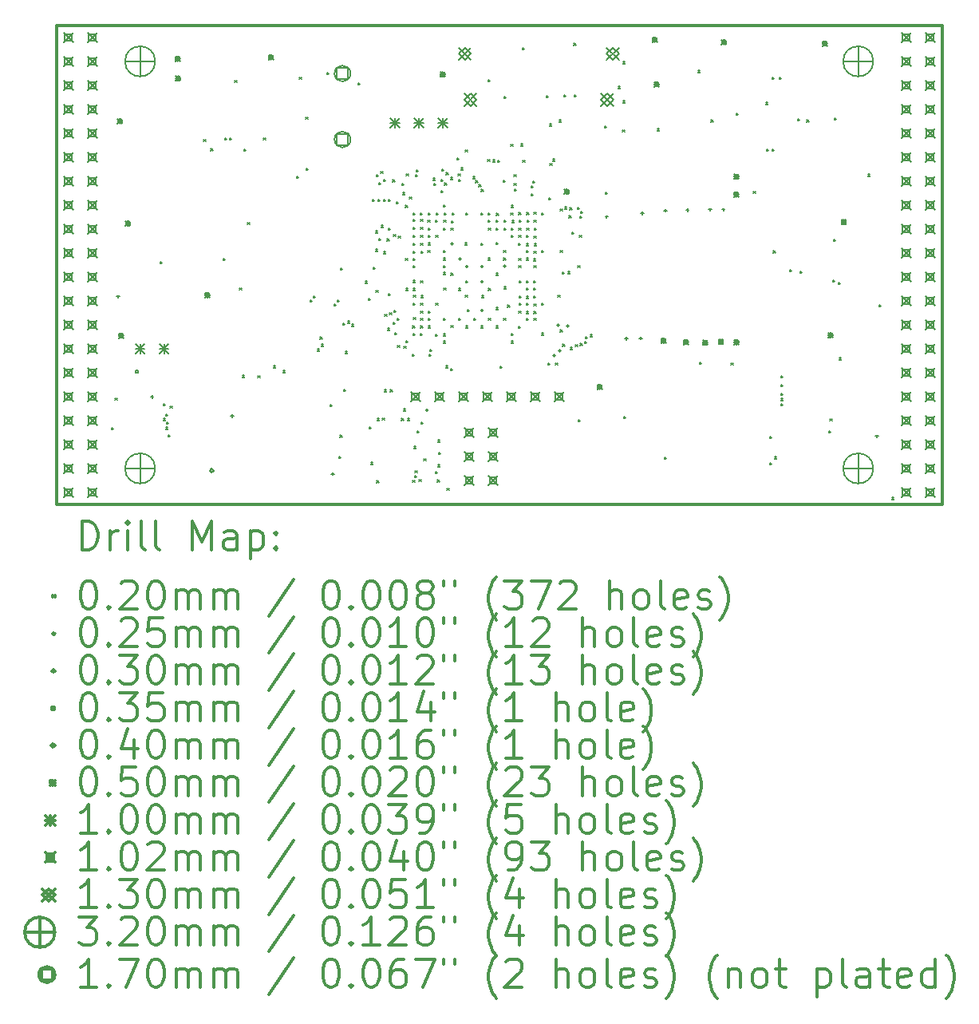
<source format=gbr>
%FSLAX45Y45*%
G04 Gerber Fmt 4.5, Leading zero omitted, Abs format (unit mm)*
G04 Created by KiCad (PCBNEW 5.0.0-rc2+dfsg1-2) date Wed Jun  6 20:47:04 2018*
%MOMM*%
%LPD*%
G01*
G04 APERTURE LIST*
%ADD10C,0.300000*%
%ADD11C,0.200000*%
G04 APERTURE END LIST*
D10*
X9410000Y-6142000D02*
X9410000Y-11222000D01*
X18808000Y-6142000D02*
X9410000Y-6142000D01*
X18808000Y-11222000D02*
X18808000Y-6142000D01*
X9410000Y-11222000D02*
X18808000Y-11222000D01*
D11*
X9998000Y-10410000D02*
X10018000Y-10430000D01*
X10018000Y-10410000D02*
X9998000Y-10430000D01*
X10035000Y-10094400D02*
X10055000Y-10114400D01*
X10055000Y-10094400D02*
X10035000Y-10114400D01*
X10514501Y-8649556D02*
X10534501Y-8669556D01*
X10534501Y-8649556D02*
X10514501Y-8669556D01*
X10545314Y-10310867D02*
X10565314Y-10330867D01*
X10565314Y-10310867D02*
X10545314Y-10330867D01*
X10547276Y-10156132D02*
X10567276Y-10176132D01*
X10567276Y-10156132D02*
X10547276Y-10176132D01*
X10574100Y-10266721D02*
X10594100Y-10286721D01*
X10594100Y-10266721D02*
X10574100Y-10286721D01*
X10574777Y-10403885D02*
X10594777Y-10423885D01*
X10594777Y-10403885D02*
X10574777Y-10423885D01*
X10579048Y-10351357D02*
X10599048Y-10371357D01*
X10599048Y-10351357D02*
X10579048Y-10371357D01*
X10598875Y-10487404D02*
X10618875Y-10507404D01*
X10618875Y-10487404D02*
X10598875Y-10507404D01*
X10617613Y-10179347D02*
X10637613Y-10199347D01*
X10637613Y-10179347D02*
X10617613Y-10199347D01*
X10974000Y-7352000D02*
X10994000Y-7372000D01*
X10994000Y-7352000D02*
X10974000Y-7372000D01*
X11049908Y-7448938D02*
X11069908Y-7468938D01*
X11069908Y-7448938D02*
X11049908Y-7468938D01*
X11179522Y-8615379D02*
X11199522Y-8635379D01*
X11199522Y-8615379D02*
X11179522Y-8635379D01*
X11197485Y-7337442D02*
X11217485Y-7357442D01*
X11217485Y-7337442D02*
X11197485Y-7357442D01*
X11251427Y-7337442D02*
X11271427Y-7357442D01*
X11271427Y-7337442D02*
X11251427Y-7357442D01*
X11305725Y-6724363D02*
X11325725Y-6744363D01*
X11325725Y-6724363D02*
X11305725Y-6744363D01*
X11356061Y-8927572D02*
X11376061Y-8947572D01*
X11376061Y-8927572D02*
X11356061Y-8947572D01*
X11382700Y-9854900D02*
X11402700Y-9874900D01*
X11402700Y-9854900D02*
X11382700Y-9874900D01*
X11400408Y-7451220D02*
X11420408Y-7471220D01*
X11420408Y-7451220D02*
X11400408Y-7471220D01*
X11441393Y-8230943D02*
X11461393Y-8250943D01*
X11461393Y-8230943D02*
X11441393Y-8250943D01*
X11549396Y-9856496D02*
X11569396Y-9876496D01*
X11569396Y-9856496D02*
X11549396Y-9876496D01*
X11609800Y-7337442D02*
X11629800Y-7357442D01*
X11629800Y-7337442D02*
X11609800Y-7357442D01*
X11712900Y-9753301D02*
X11732900Y-9773301D01*
X11732900Y-9753301D02*
X11712900Y-9773301D01*
X11814500Y-9804100D02*
X11834500Y-9824100D01*
X11834500Y-9804100D02*
X11814500Y-9824100D01*
X11959215Y-7739412D02*
X11979215Y-7759412D01*
X11979215Y-7739412D02*
X11959215Y-7759412D01*
X11990800Y-6690800D02*
X12010800Y-6710800D01*
X12010800Y-6690800D02*
X11990800Y-6710800D01*
X12056498Y-7112736D02*
X12076498Y-7132736D01*
X12076498Y-7112736D02*
X12056498Y-7132736D01*
X12063993Y-7659408D02*
X12083993Y-7679408D01*
X12083993Y-7659408D02*
X12063993Y-7679408D01*
X12106600Y-9054800D02*
X12126600Y-9074800D01*
X12126600Y-9054800D02*
X12106600Y-9074800D01*
X12139415Y-9013562D02*
X12159415Y-9033562D01*
X12159415Y-9013562D02*
X12139415Y-9033562D01*
X12182800Y-9575500D02*
X12202800Y-9595500D01*
X12202800Y-9575500D02*
X12182800Y-9595500D01*
X12210364Y-9448538D02*
X12230364Y-9468538D01*
X12230364Y-9448538D02*
X12210364Y-9468538D01*
X12220900Y-9524700D02*
X12240900Y-9544700D01*
X12240900Y-9524700D02*
X12220900Y-9544700D01*
X12282618Y-6643232D02*
X12302618Y-6663232D01*
X12302618Y-6643232D02*
X12282618Y-6663232D01*
X12317388Y-10161592D02*
X12337388Y-10181592D01*
X12337388Y-10161592D02*
X12317388Y-10181592D01*
X12360966Y-9096472D02*
X12380966Y-9116472D01*
X12380966Y-9096472D02*
X12360966Y-9116472D01*
X12391502Y-9053519D02*
X12411502Y-9073519D01*
X12411502Y-9053519D02*
X12391502Y-9073519D01*
X12410242Y-10710764D02*
X12430242Y-10730764D01*
X12430242Y-10710764D02*
X12410242Y-10730764D01*
X12422216Y-10490236D02*
X12442216Y-10510236D01*
X12442216Y-10490236D02*
X12422216Y-10510236D01*
X12426118Y-8717437D02*
X12446118Y-8737437D01*
X12446118Y-8717437D02*
X12426118Y-8737437D01*
X12426118Y-8717437D02*
X12446118Y-8737437D01*
X12446118Y-8717437D02*
X12426118Y-8737437D01*
X12453269Y-9302035D02*
X12473269Y-9322035D01*
X12473269Y-9302035D02*
X12453269Y-9322035D01*
X12460744Y-10002698D02*
X12480744Y-10022698D01*
X12480744Y-10002698D02*
X12460744Y-10022698D01*
X12474902Y-9600287D02*
X12494902Y-9620287D01*
X12494902Y-9600287D02*
X12474902Y-9620287D01*
X12501033Y-9279764D02*
X12521033Y-9299764D01*
X12521033Y-9279764D02*
X12501033Y-9299764D01*
X12542510Y-9313676D02*
X12562510Y-9333676D01*
X12562510Y-9313676D02*
X12542510Y-9333676D01*
X12610450Y-6748537D02*
X12630450Y-6768537D01*
X12630450Y-6748537D02*
X12610450Y-6768537D01*
X12687018Y-8855931D02*
X12707018Y-8875931D01*
X12707018Y-8855931D02*
X12687018Y-8875931D01*
X12720111Y-9035435D02*
X12740111Y-9055435D01*
X12740111Y-9035435D02*
X12720111Y-9055435D01*
X12731909Y-10397773D02*
X12751909Y-10417773D01*
X12751909Y-10397773D02*
X12731909Y-10417773D01*
X12748660Y-10777504D02*
X12768660Y-10797504D01*
X12768660Y-10777504D02*
X12748660Y-10797504D01*
X12764988Y-7989114D02*
X12784988Y-8009114D01*
X12784988Y-7989114D02*
X12764988Y-8009114D01*
X12771035Y-8708207D02*
X12791035Y-8728207D01*
X12791035Y-8708207D02*
X12771035Y-8728207D01*
X12796207Y-8322888D02*
X12816207Y-8342888D01*
X12816207Y-8322888D02*
X12796207Y-8342888D01*
X12799179Y-8517702D02*
X12819179Y-8537702D01*
X12819179Y-8517702D02*
X12799179Y-8537702D01*
X12803679Y-8951152D02*
X12823679Y-8971152D01*
X12823679Y-8951152D02*
X12803679Y-8971152D01*
X12805201Y-7723267D02*
X12825201Y-7743267D01*
X12825201Y-7723267D02*
X12805201Y-7743267D01*
X12811634Y-10971333D02*
X12831634Y-10991333D01*
X12831634Y-10971333D02*
X12811634Y-10991333D01*
X12814780Y-10310898D02*
X12834780Y-10330898D01*
X12834780Y-10310898D02*
X12814780Y-10330898D01*
X12822879Y-7985310D02*
X12842879Y-8005310D01*
X12842879Y-7985310D02*
X12822879Y-8005310D01*
X12834680Y-7807951D02*
X12854680Y-7827951D01*
X12854680Y-7807951D02*
X12834680Y-7827951D01*
X12835268Y-8401687D02*
X12855268Y-8421687D01*
X12855268Y-8401687D02*
X12835268Y-8421687D01*
X12854493Y-7691566D02*
X12874493Y-7711566D01*
X12874493Y-7691566D02*
X12854493Y-7711566D01*
X12859178Y-8263722D02*
X12879178Y-8283722D01*
X12879178Y-8263722D02*
X12859178Y-8283722D01*
X12870682Y-10308590D02*
X12890682Y-10328590D01*
X12890682Y-10308590D02*
X12870682Y-10328590D01*
X12880857Y-7988548D02*
X12900857Y-8008548D01*
X12900857Y-7988548D02*
X12880857Y-8008548D01*
X12881301Y-8540585D02*
X12901301Y-8560585D01*
X12901301Y-8540585D02*
X12881301Y-8560585D01*
X12886175Y-7777882D02*
X12906175Y-7797882D01*
X12906175Y-7777882D02*
X12886175Y-7797882D01*
X12890520Y-10007480D02*
X12910520Y-10027480D01*
X12910520Y-10007480D02*
X12890520Y-10027480D01*
X12895573Y-9206272D02*
X12915573Y-9226272D01*
X12915573Y-9206272D02*
X12895573Y-9226272D01*
X12920256Y-8405350D02*
X12940256Y-8425350D01*
X12940256Y-8405350D02*
X12920256Y-8425350D01*
X12926203Y-9354578D02*
X12946203Y-9374578D01*
X12946203Y-9354578D02*
X12926203Y-9374578D01*
X12933760Y-7984679D02*
X12953760Y-8004679D01*
X12953760Y-7984679D02*
X12933760Y-8004679D01*
X12934924Y-8983794D02*
X12954924Y-9003794D01*
X12954924Y-8983794D02*
X12934924Y-9003794D01*
X12935809Y-8290406D02*
X12955809Y-8310406D01*
X12955809Y-8290406D02*
X12935809Y-8310406D01*
X12946857Y-9190566D02*
X12966857Y-9210566D01*
X12966857Y-9190566D02*
X12946857Y-9210566D01*
X12956000Y-10005500D02*
X12976000Y-10025500D01*
X12976000Y-10005500D02*
X12956000Y-10025500D01*
X12982095Y-7781082D02*
X13002095Y-7801082D01*
X13002095Y-7781082D02*
X12982095Y-7801082D01*
X12987271Y-9293510D02*
X13007271Y-9313510D01*
X13007271Y-9293510D02*
X12987271Y-9313510D01*
X12989202Y-8359151D02*
X13009202Y-8379151D01*
X13009202Y-8359151D02*
X12989202Y-8379151D01*
X12991955Y-9163298D02*
X13011955Y-9183298D01*
X13011955Y-9163298D02*
X12991955Y-9183298D01*
X13002337Y-9402267D02*
X13022337Y-9422267D01*
X13022337Y-9402267D02*
X13002337Y-9422267D01*
X13017215Y-8013821D02*
X13037215Y-8033821D01*
X13037215Y-8013821D02*
X13017215Y-8033821D01*
X13028454Y-9248473D02*
X13048454Y-9268473D01*
X13048454Y-9248473D02*
X13028454Y-9268473D01*
X13032200Y-9535600D02*
X13052200Y-9555600D01*
X13052200Y-9535600D02*
X13032200Y-9555600D01*
X13038793Y-8376986D02*
X13058793Y-8396986D01*
X13058793Y-8376986D02*
X13038793Y-8396986D01*
X13073948Y-10310899D02*
X13093948Y-10330899D01*
X13093948Y-10310899D02*
X13073948Y-10330899D01*
X13077859Y-7815329D02*
X13097859Y-7835329D01*
X13097859Y-7815329D02*
X13077859Y-7835329D01*
X13085264Y-7914901D02*
X13105264Y-7934901D01*
X13105264Y-7914901D02*
X13085264Y-7934901D01*
X13093907Y-10208700D02*
X13113907Y-10228700D01*
X13113907Y-10208700D02*
X13093907Y-10228700D01*
X13098471Y-9546418D02*
X13118471Y-9566418D01*
X13118471Y-9546418D02*
X13098471Y-9566418D01*
X13116430Y-8612711D02*
X13136430Y-8632711D01*
X13136430Y-8612711D02*
X13116430Y-8632711D01*
X13116518Y-8052178D02*
X13136518Y-8072178D01*
X13136518Y-8052178D02*
X13116518Y-8072178D01*
X13117950Y-8930733D02*
X13137950Y-8950733D01*
X13137950Y-8930733D02*
X13117950Y-8950733D01*
X13121616Y-9485914D02*
X13141616Y-9505914D01*
X13141616Y-9485914D02*
X13121616Y-9505914D01*
X13125345Y-7716470D02*
X13145345Y-7736470D01*
X13145345Y-7716470D02*
X13125345Y-7736470D01*
X13135385Y-10310829D02*
X13155385Y-10330829D01*
X13155385Y-10310829D02*
X13135385Y-10330829D01*
X13157757Y-7959799D02*
X13177757Y-7979799D01*
X13177757Y-7959799D02*
X13157757Y-7979799D01*
X13188633Y-9630479D02*
X13208633Y-9650479D01*
X13208633Y-9630479D02*
X13188633Y-9650479D01*
X13192441Y-10966678D02*
X13212441Y-10986678D01*
X13212441Y-10966678D02*
X13192441Y-10986678D01*
X13193199Y-9330000D02*
X13213199Y-9350000D01*
X13213199Y-9330000D02*
X13193199Y-9350000D01*
X13197562Y-8931064D02*
X13217562Y-8951064D01*
X13217562Y-8931064D02*
X13197562Y-8951064D01*
X13197734Y-9090201D02*
X13217734Y-9110201D01*
X13217734Y-9090201D02*
X13197734Y-9110201D01*
X13197902Y-8284734D02*
X13217902Y-8304734D01*
X13217902Y-8284734D02*
X13197902Y-8304734D01*
X13197999Y-8200333D02*
X13217999Y-8220333D01*
X13217999Y-8200333D02*
X13197999Y-8220333D01*
X13198000Y-8690000D02*
X13218000Y-8710000D01*
X13218000Y-8690000D02*
X13198000Y-8710000D01*
X13198000Y-9410000D02*
X13218000Y-9430000D01*
X13218000Y-9410000D02*
X13198000Y-9430000D01*
X13198303Y-8616041D02*
X13218303Y-8636041D01*
X13218303Y-8616041D02*
X13198303Y-8636041D01*
X13198368Y-8369136D02*
X13218368Y-8389136D01*
X13218368Y-8369136D02*
X13198368Y-8389136D01*
X13198405Y-8845827D02*
X13218405Y-8865827D01*
X13218405Y-8845827D02*
X13198405Y-8865827D01*
X13198801Y-8130801D02*
X13218801Y-8150801D01*
X13218801Y-8130801D02*
X13198801Y-8150801D01*
X13198979Y-8537938D02*
X13218979Y-8557938D01*
X13218979Y-8537938D02*
X13198979Y-8557938D01*
X13199289Y-8453537D02*
X13219289Y-8473537D01*
X13219289Y-8453537D02*
X13199289Y-8473537D01*
X13200000Y-9005799D02*
X13220000Y-9025799D01*
X13220000Y-9005799D02*
X13200000Y-9025799D01*
X13201075Y-9242748D02*
X13221075Y-9262748D01*
X13221075Y-9242748D02*
X13201075Y-9262748D01*
X13206286Y-10608587D02*
X13226286Y-10628587D01*
X13226286Y-10608587D02*
X13206286Y-10628587D01*
X13211973Y-10917729D02*
X13231973Y-10937729D01*
X13231973Y-10917729D02*
X13211973Y-10937729D01*
X13218587Y-10865445D02*
X13238587Y-10885445D01*
X13238587Y-10865445D02*
X13218587Y-10885445D01*
X13220903Y-7724256D02*
X13240903Y-7744256D01*
X13240903Y-7724256D02*
X13220903Y-7744256D01*
X13232873Y-7672932D02*
X13252873Y-7692932D01*
X13252873Y-7672932D02*
X13232873Y-7692932D01*
X13236800Y-10440341D02*
X13256800Y-10460341D01*
X13256800Y-10440341D02*
X13236800Y-10460341D01*
X13260800Y-10958000D02*
X13280800Y-10978000D01*
X13280800Y-10958000D02*
X13260800Y-10978000D01*
X13272048Y-8130098D02*
X13292048Y-8150098D01*
X13292048Y-8130098D02*
X13272048Y-8150098D01*
X13274623Y-9409707D02*
X13294623Y-9429707D01*
X13294623Y-9409707D02*
X13274623Y-9429707D01*
X13277261Y-8284735D02*
X13297261Y-8304735D01*
X13297261Y-8284735D02*
X13277261Y-8304735D01*
X13278000Y-8200334D02*
X13298000Y-8220334D01*
X13298000Y-8200334D02*
X13278000Y-8220334D01*
X13278000Y-8850000D02*
X13298000Y-8870000D01*
X13298000Y-8850000D02*
X13278000Y-8870000D01*
X13278000Y-9090000D02*
X13298000Y-9110000D01*
X13298000Y-9090000D02*
X13278000Y-9110000D01*
X13278000Y-9170000D02*
X13298000Y-9190000D01*
X13298000Y-9170000D02*
X13278000Y-9190000D01*
X13278000Y-9250000D02*
X13298000Y-9270000D01*
X13298000Y-9250000D02*
X13278000Y-9270000D01*
X13278000Y-9330000D02*
X13298000Y-9350000D01*
X13298000Y-9330000D02*
X13278000Y-9350000D01*
X13278175Y-8369136D02*
X13298175Y-8389136D01*
X13298175Y-8369136D02*
X13278175Y-8389136D01*
X13278218Y-8453537D02*
X13298218Y-8473537D01*
X13298218Y-8453537D02*
X13278218Y-8473537D01*
X13279688Y-8536938D02*
X13299688Y-8556938D01*
X13299688Y-8536938D02*
X13279688Y-8556938D01*
X13280000Y-9008000D02*
X13300000Y-9028000D01*
X13300000Y-9008000D02*
X13280000Y-9028000D01*
X13282849Y-10350134D02*
X13302849Y-10370134D01*
X13302849Y-10350134D02*
X13282849Y-10370134D01*
X13311600Y-10736500D02*
X13331600Y-10756500D01*
X13331600Y-10736500D02*
X13311600Y-10756500D01*
X13352314Y-8526642D02*
X13372314Y-8546642D01*
X13372314Y-8526642D02*
X13352314Y-8546642D01*
X13354839Y-8209060D02*
X13374839Y-8229060D01*
X13374839Y-8209060D02*
X13354839Y-8229060D01*
X13356449Y-8131468D02*
X13376449Y-8151468D01*
X13376449Y-8131468D02*
X13356449Y-8151468D01*
X13357194Y-8449520D02*
X13377194Y-8469520D01*
X13377194Y-8449520D02*
X13357194Y-8469520D01*
X13358000Y-8290000D02*
X13378000Y-8310000D01*
X13378000Y-8290000D02*
X13358000Y-8310000D01*
X13358000Y-8370000D02*
X13378000Y-8390000D01*
X13378000Y-8370000D02*
X13358000Y-8390000D01*
X13358000Y-9170000D02*
X13378000Y-9190000D01*
X13378000Y-9170000D02*
X13358000Y-9190000D01*
X13358000Y-9250000D02*
X13378000Y-9270000D01*
X13378000Y-9250000D02*
X13358000Y-9270000D01*
X13358548Y-9330230D02*
X13378548Y-9350230D01*
X13378548Y-9330230D02*
X13358548Y-9350230D01*
X13366285Y-9629515D02*
X13386285Y-9649515D01*
X13386285Y-9629515D02*
X13366285Y-9649515D01*
X13375239Y-9577580D02*
X13395239Y-9597580D01*
X13395239Y-9577580D02*
X13375239Y-9597580D01*
X13407730Y-7762109D02*
X13427730Y-7782109D01*
X13427730Y-7762109D02*
X13407730Y-7782109D01*
X13415018Y-7815381D02*
X13435018Y-7835381D01*
X13435018Y-7815381D02*
X13415018Y-7835381D01*
X13433398Y-8208015D02*
X13453398Y-8228015D01*
X13453398Y-8208015D02*
X13433398Y-8228015D01*
X13435582Y-9416717D02*
X13455582Y-9436717D01*
X13455582Y-9416717D02*
X13435582Y-9436717D01*
X13436400Y-10874197D02*
X13456400Y-10894197D01*
X13456400Y-10874197D02*
X13436400Y-10894197D01*
X13438000Y-8370000D02*
X13458000Y-8390000D01*
X13458000Y-8370000D02*
X13438000Y-8390000D01*
X13438000Y-9090000D02*
X13458000Y-9110000D01*
X13458000Y-9090000D02*
X13438000Y-9110000D01*
X13440850Y-8130675D02*
X13460850Y-8150675D01*
X13460850Y-8130675D02*
X13440850Y-8150675D01*
X13453687Y-10961995D02*
X13473687Y-10981995D01*
X13473687Y-10961995D02*
X13453687Y-10981995D01*
X13457587Y-10803159D02*
X13477587Y-10823159D01*
X13477587Y-10803159D02*
X13457587Y-10823159D01*
X13460735Y-10540845D02*
X13480735Y-10560845D01*
X13480735Y-10540845D02*
X13460735Y-10560845D01*
X13465065Y-10671051D02*
X13485065Y-10691051D01*
X13485065Y-10671051D02*
X13465065Y-10691051D01*
X13492132Y-7892495D02*
X13512132Y-7912495D01*
X13512132Y-7892495D02*
X13492132Y-7912495D01*
X13493478Y-7773120D02*
X13513478Y-7793120D01*
X13513478Y-7773120D02*
X13493478Y-7793120D01*
X13502968Y-7663013D02*
X13522968Y-7683013D01*
X13522968Y-7663013D02*
X13502968Y-7683013D01*
X13516300Y-8762700D02*
X13536300Y-8782700D01*
X13536300Y-8762700D02*
X13516300Y-8782700D01*
X13518000Y-8292201D02*
X13538000Y-8312201D01*
X13538000Y-8292201D02*
X13518000Y-8312201D01*
X13518000Y-8530000D02*
X13538000Y-8550000D01*
X13538000Y-8530000D02*
X13518000Y-8550000D01*
X13518000Y-8610000D02*
X13538000Y-8630000D01*
X13538000Y-8610000D02*
X13518000Y-8630000D01*
X13518000Y-8690000D02*
X13538000Y-8710000D01*
X13538000Y-8690000D02*
X13518000Y-8710000D01*
X13518000Y-9250000D02*
X13538000Y-9270000D01*
X13538000Y-9250000D02*
X13518000Y-9270000D01*
X13518128Y-8048312D02*
X13538128Y-8068312D01*
X13538128Y-8048312D02*
X13518128Y-8068312D01*
X13518463Y-9488530D02*
X13538463Y-9508530D01*
X13538463Y-9488530D02*
X13518463Y-9508530D01*
X13518862Y-9412562D02*
X13538862Y-9432562D01*
X13538862Y-9412562D02*
X13518862Y-9432562D01*
X13521538Y-8209385D02*
X13541538Y-8229385D01*
X13541538Y-8209385D02*
X13521538Y-8229385D01*
X13524276Y-8928163D02*
X13544276Y-8948163D01*
X13544276Y-8928163D02*
X13524276Y-8948163D01*
X13525957Y-8129544D02*
X13545957Y-8149544D01*
X13545957Y-8129544D02*
X13525957Y-8149544D01*
X13531439Y-7812965D02*
X13551439Y-7832965D01*
X13551439Y-7812965D02*
X13531439Y-7832965D01*
X13541700Y-9753300D02*
X13561700Y-9773300D01*
X13561700Y-9753300D02*
X13541700Y-9773300D01*
X13548770Y-7704070D02*
X13568770Y-7724070D01*
X13568770Y-7704070D02*
X13548770Y-7724070D01*
X13555656Y-11051071D02*
X13575656Y-11071071D01*
X13575656Y-11051071D02*
X13555656Y-11071071D01*
X13594882Y-7754550D02*
X13614882Y-7774550D01*
X13614882Y-7754550D02*
X13594882Y-7774550D01*
X13595027Y-9781423D02*
X13615027Y-9801423D01*
X13615027Y-9781423D02*
X13595027Y-9801423D01*
X13598000Y-8290000D02*
X13618000Y-8310000D01*
X13618000Y-8290000D02*
X13598000Y-8310000D01*
X13598000Y-8770000D02*
X13618000Y-8790000D01*
X13618000Y-8770000D02*
X13598000Y-8790000D01*
X13599596Y-9326965D02*
X13619596Y-9346965D01*
X13619596Y-9326965D02*
X13599596Y-9346965D01*
X13602455Y-8216004D02*
X13622455Y-8236004D01*
X13622455Y-8216004D02*
X13602455Y-8236004D01*
X13613334Y-8133723D02*
X13633334Y-8153723D01*
X13633334Y-8133723D02*
X13613334Y-8153723D01*
X13664259Y-7547941D02*
X13684259Y-7567941D01*
X13684259Y-7547941D02*
X13664259Y-7567941D01*
X13676320Y-7718760D02*
X13696320Y-7738760D01*
X13696320Y-7718760D02*
X13676320Y-7738760D01*
X13678000Y-8930000D02*
X13698000Y-8950000D01*
X13698000Y-8930000D02*
X13678000Y-8950000D01*
X13678000Y-9250000D02*
X13698000Y-9270000D01*
X13698000Y-9250000D02*
X13678000Y-9270000D01*
X13679461Y-7776107D02*
X13699461Y-7796107D01*
X13699461Y-7776107D02*
X13679461Y-7796107D01*
X13707437Y-7652487D02*
X13727437Y-7672487D01*
X13727437Y-7652487D02*
X13707437Y-7672487D01*
X13745078Y-8447729D02*
X13765078Y-8467729D01*
X13765078Y-8447729D02*
X13745078Y-8467729D01*
X13752489Y-9002290D02*
X13772489Y-9022290D01*
X13772489Y-9002290D02*
X13752489Y-9022290D01*
X13752520Y-7459680D02*
X13772520Y-7479680D01*
X13772520Y-7459680D02*
X13752520Y-7479680D01*
X13758000Y-8130000D02*
X13778000Y-8150000D01*
X13778000Y-8130000D02*
X13758000Y-8150000D01*
X13758000Y-8850000D02*
X13778000Y-8870000D01*
X13778000Y-8850000D02*
X13758000Y-8870000D01*
X13758000Y-9330000D02*
X13778000Y-9350000D01*
X13778000Y-9330000D02*
X13758000Y-9350000D01*
X13770300Y-9156400D02*
X13790300Y-9176400D01*
X13790300Y-9156400D02*
X13770300Y-9176400D01*
X13830592Y-7745154D02*
X13850592Y-7765154D01*
X13850592Y-7745154D02*
X13830592Y-7765154D01*
X13838000Y-9250000D02*
X13858000Y-9270000D01*
X13858000Y-9250000D02*
X13838000Y-9270000D01*
X13862293Y-7788159D02*
X13882293Y-7808159D01*
X13882293Y-7788159D02*
X13862293Y-7808159D01*
X13893994Y-7831909D02*
X13913994Y-7851909D01*
X13913994Y-7831909D02*
X13893994Y-7851909D01*
X13917252Y-8451135D02*
X13937252Y-8471135D01*
X13937252Y-8451135D02*
X13917252Y-8471135D01*
X13918000Y-8130000D02*
X13938000Y-8150000D01*
X13938000Y-8130000D02*
X13918000Y-8150000D01*
X13918000Y-9330000D02*
X13938000Y-9350000D01*
X13938000Y-9330000D02*
X13918000Y-9350000D01*
X13921466Y-7881869D02*
X13941466Y-7901869D01*
X13941466Y-7881869D02*
X13921466Y-7901869D01*
X13922232Y-9006404D02*
X13942232Y-9026404D01*
X13942232Y-9006404D02*
X13922232Y-9026404D01*
X13989274Y-7564800D02*
X14009274Y-7584800D01*
X14009274Y-7564800D02*
X13989274Y-7584800D01*
X13991460Y-8609297D02*
X14011460Y-8629297D01*
X14011460Y-8609297D02*
X13991460Y-8629297D01*
X13992898Y-8130000D02*
X14012898Y-8150000D01*
X14012898Y-8130000D02*
X13992898Y-8150000D01*
X13992898Y-8210000D02*
X14012898Y-8230000D01*
X14012898Y-8210000D02*
X13992898Y-8230000D01*
X13993243Y-6718693D02*
X14013243Y-6738693D01*
X14013243Y-6718693D02*
X13993243Y-6738693D01*
X13996000Y-8292000D02*
X14016000Y-8312000D01*
X14016000Y-8292000D02*
X13996000Y-8312000D01*
X13998000Y-8930000D02*
X14018000Y-8950000D01*
X14018000Y-8930000D02*
X13998000Y-8950000D01*
X13998000Y-9250000D02*
X14018000Y-9270000D01*
X14018000Y-9250000D02*
X13998000Y-9270000D01*
X14041773Y-7569399D02*
X14061773Y-7589399D01*
X14061773Y-7569399D02*
X14041773Y-7589399D01*
X14076133Y-8294127D02*
X14096133Y-8314127D01*
X14096133Y-8294127D02*
X14076133Y-8314127D01*
X14077299Y-8207716D02*
X14097299Y-8227716D01*
X14097299Y-8207716D02*
X14077299Y-8227716D01*
X14077419Y-9133335D02*
X14097419Y-9153335D01*
X14097419Y-9133335D02*
X14077419Y-9153335D01*
X14077693Y-8445254D02*
X14097693Y-8465254D01*
X14097693Y-8445254D02*
X14077693Y-8465254D01*
X14078000Y-9330000D02*
X14098000Y-9350000D01*
X14098000Y-9330000D02*
X14078000Y-9350000D01*
X14079623Y-8771623D02*
X14099623Y-8791623D01*
X14099623Y-8771623D02*
X14079623Y-8791623D01*
X14082264Y-8134744D02*
X14102264Y-8154744D01*
X14102264Y-8134744D02*
X14082264Y-8154744D01*
X14094211Y-7574661D02*
X14114211Y-7594661D01*
X14114211Y-7574661D02*
X14094211Y-7594661D01*
X14118066Y-9754201D02*
X14138066Y-9774201D01*
X14138066Y-9754201D02*
X14118066Y-9774201D01*
X14152481Y-7781450D02*
X14172481Y-7801450D01*
X14172481Y-7781450D02*
X14152481Y-7801450D01*
X14158000Y-8530000D02*
X14178000Y-8550000D01*
X14178000Y-8530000D02*
X14158000Y-8550000D01*
X14158000Y-8610000D02*
X14178000Y-8630000D01*
X14178000Y-8610000D02*
X14158000Y-8630000D01*
X14158000Y-9250000D02*
X14178000Y-9270000D01*
X14178000Y-9250000D02*
X14158000Y-9270000D01*
X14162701Y-8209494D02*
X14182701Y-8229494D01*
X14182701Y-8209494D02*
X14162701Y-8229494D01*
X14162701Y-8289887D02*
X14182701Y-8309887D01*
X14182701Y-8289887D02*
X14162701Y-8309887D01*
X14164000Y-8915099D02*
X14184000Y-8935099D01*
X14184000Y-8915099D02*
X14164000Y-8935099D01*
X14164285Y-6893836D02*
X14184285Y-6913836D01*
X14184285Y-6893836D02*
X14164285Y-6913836D01*
X14200722Y-9110102D02*
X14220722Y-9130102D01*
X14220722Y-9110102D02*
X14200722Y-9130102D01*
X14233699Y-7403800D02*
X14253699Y-7423800D01*
X14253699Y-7403800D02*
X14233699Y-7423800D01*
X14235032Y-8132000D02*
X14255032Y-8152000D01*
X14255032Y-8132000D02*
X14235032Y-8152000D01*
X14236000Y-8052000D02*
X14256000Y-8072000D01*
X14256000Y-8052000D02*
X14236000Y-8072000D01*
X14236000Y-8292000D02*
X14256000Y-8312000D01*
X14256000Y-8292000D02*
X14236000Y-8312000D01*
X14238000Y-8370000D02*
X14258000Y-8390000D01*
X14258000Y-8370000D02*
X14238000Y-8390000D01*
X14238000Y-9410000D02*
X14258000Y-9430000D01*
X14258000Y-9410000D02*
X14238000Y-9430000D01*
X14238000Y-9490000D02*
X14258000Y-9510000D01*
X14258000Y-9490000D02*
X14238000Y-9510000D01*
X14247102Y-8210435D02*
X14267102Y-8230435D01*
X14267102Y-8210435D02*
X14247102Y-8230435D01*
X14268441Y-7818307D02*
X14288441Y-7838307D01*
X14288441Y-7818307D02*
X14268441Y-7838307D01*
X14268583Y-7724192D02*
X14288583Y-7744192D01*
X14288583Y-7724192D02*
X14268583Y-7744192D01*
X14271130Y-7874603D02*
X14291130Y-7894603D01*
X14291130Y-7874603D02*
X14271130Y-7894603D01*
X14316000Y-8452000D02*
X14336000Y-8472000D01*
X14336000Y-8452000D02*
X14316000Y-8472000D01*
X14316969Y-9331491D02*
X14336969Y-9351491D01*
X14336969Y-9331491D02*
X14316969Y-9351491D01*
X14318000Y-8370000D02*
X14338000Y-8390000D01*
X14338000Y-8370000D02*
X14318000Y-8390000D01*
X14318000Y-8690000D02*
X14338000Y-8710000D01*
X14338000Y-8690000D02*
X14318000Y-8710000D01*
X14318000Y-9170000D02*
X14338000Y-9190000D01*
X14338000Y-9170000D02*
X14318000Y-9190000D01*
X14318740Y-8294201D02*
X14338740Y-8314201D01*
X14338740Y-8294201D02*
X14318740Y-8314201D01*
X14319433Y-8127729D02*
X14339433Y-8147729D01*
X14339433Y-8127729D02*
X14319433Y-8147729D01*
X14320000Y-8612000D02*
X14340000Y-8632000D01*
X14340000Y-8612000D02*
X14320000Y-8632000D01*
X14322201Y-8849503D02*
X14342201Y-8869503D01*
X14342201Y-8849503D02*
X14322201Y-8869503D01*
X14322201Y-9010195D02*
X14342201Y-9030195D01*
X14342201Y-9010195D02*
X14322201Y-9030195D01*
X14322201Y-9090066D02*
X14342201Y-9110066D01*
X14342201Y-9090066D02*
X14322201Y-9110066D01*
X14323265Y-8209799D02*
X14343265Y-8229799D01*
X14343265Y-8209799D02*
X14323265Y-8229799D01*
X14341800Y-7397450D02*
X14361800Y-7417450D01*
X14361800Y-7397450D02*
X14341800Y-7417450D01*
X14355067Y-6376252D02*
X14375067Y-6396252D01*
X14375067Y-6376252D02*
X14355067Y-6396252D01*
X14360888Y-7571730D02*
X14380888Y-7591730D01*
X14380888Y-7571730D02*
X14360888Y-7591730D01*
X14396483Y-9177765D02*
X14416483Y-9197765D01*
X14416483Y-9177765D02*
X14396483Y-9197765D01*
X14397624Y-8929530D02*
X14417624Y-8949530D01*
X14417624Y-8929530D02*
X14397624Y-8949530D01*
X14397701Y-9016697D02*
X14417701Y-9036697D01*
X14417701Y-9016697D02*
X14397701Y-9036697D01*
X14398000Y-8610000D02*
X14418000Y-8630000D01*
X14418000Y-8610000D02*
X14398000Y-8630000D01*
X14398000Y-9085650D02*
X14418000Y-9105650D01*
X14418000Y-9085650D02*
X14398000Y-9105650D01*
X14398283Y-8848451D02*
X14418283Y-8868451D01*
X14418283Y-8848451D02*
X14398283Y-8868451D01*
X14400201Y-8529722D02*
X14420201Y-8549722D01*
X14420201Y-8529722D02*
X14400201Y-8549722D01*
X14400319Y-8367799D02*
X14420319Y-8387799D01*
X14420319Y-8367799D02*
X14400319Y-8387799D01*
X14400350Y-8456040D02*
X14420350Y-8476040D01*
X14420350Y-8456040D02*
X14400350Y-8476040D01*
X14401325Y-9248876D02*
X14421325Y-9268876D01*
X14421325Y-9248876D02*
X14401325Y-9268876D01*
X14403141Y-8290000D02*
X14423141Y-8310000D01*
X14423141Y-8290000D02*
X14403141Y-8310000D01*
X14403835Y-8128377D02*
X14423835Y-8148377D01*
X14423835Y-8128377D02*
X14403835Y-8148377D01*
X14407666Y-8210000D02*
X14427666Y-8230000D01*
X14427666Y-8210000D02*
X14407666Y-8230000D01*
X14450634Y-7841735D02*
X14470634Y-7861735D01*
X14470634Y-7841735D02*
X14450634Y-7861735D01*
X14450634Y-7926136D02*
X14470634Y-7946136D01*
X14470634Y-7926136D02*
X14450634Y-7946136D01*
X14469153Y-7792394D02*
X14489153Y-7812394D01*
X14489153Y-7792394D02*
X14469153Y-7812394D01*
X14475676Y-8924990D02*
X14495676Y-8944990D01*
X14495676Y-8924990D02*
X14475676Y-8944990D01*
X14476724Y-9009392D02*
X14496724Y-9029392D01*
X14496724Y-9009392D02*
X14476724Y-9029392D01*
X14477515Y-8619275D02*
X14497515Y-8639275D01*
X14497515Y-8619275D02*
X14477515Y-8639275D01*
X14477765Y-8852201D02*
X14497765Y-8872201D01*
X14497765Y-8852201D02*
X14477765Y-8872201D01*
X14478235Y-9247799D02*
X14498235Y-9267799D01*
X14498235Y-9247799D02*
X14478235Y-9267799D01*
X14478778Y-8123192D02*
X14498778Y-8143192D01*
X14498778Y-8123192D02*
X14478778Y-8143192D01*
X14478812Y-8207593D02*
X14498812Y-8227593D01*
X14498812Y-8207593D02*
X14478812Y-8227593D01*
X14478935Y-8534874D02*
X14498935Y-8554874D01*
X14498935Y-8534874D02*
X14478935Y-8554874D01*
X14479160Y-9178194D02*
X14499160Y-9198194D01*
X14499160Y-9178194D02*
X14479160Y-9198194D01*
X14479432Y-8687756D02*
X14499432Y-8707756D01*
X14499432Y-8687756D02*
X14479432Y-8707756D01*
X14479670Y-8376395D02*
X14499670Y-8396395D01*
X14499670Y-8376395D02*
X14479670Y-8396395D01*
X14480294Y-9093793D02*
X14500294Y-9113793D01*
X14500294Y-9093793D02*
X14480294Y-9113793D01*
X14481241Y-8455796D02*
X14501241Y-8475796D01*
X14501241Y-8455796D02*
X14481241Y-8475796D01*
X14481689Y-8291994D02*
X14501689Y-8311994D01*
X14501689Y-8291994D02*
X14481689Y-8311994D01*
X14557281Y-8529606D02*
X14577281Y-8549606D01*
X14577281Y-8529606D02*
X14557281Y-8549606D01*
X14558000Y-8130512D02*
X14578000Y-8150512D01*
X14578000Y-8130512D02*
X14558000Y-8150512D01*
X14558739Y-9089665D02*
X14578739Y-9109665D01*
X14578739Y-9089665D02*
X14558739Y-9109665D01*
X14559124Y-9406675D02*
X14579124Y-9426675D01*
X14579124Y-9406675D02*
X14559124Y-9426675D01*
X14613342Y-6884608D02*
X14633342Y-6904608D01*
X14633342Y-6884608D02*
X14613342Y-6904608D01*
X14629479Y-9723392D02*
X14649479Y-9743392D01*
X14649479Y-9723392D02*
X14629479Y-9743392D01*
X14638141Y-7971938D02*
X14658141Y-7991938D01*
X14658141Y-7971938D02*
X14638141Y-7991938D01*
X14646600Y-7187900D02*
X14666600Y-7207900D01*
X14666600Y-7187900D02*
X14646600Y-7207900D01*
X14648744Y-7607406D02*
X14668744Y-7627406D01*
X14668744Y-7607406D02*
X14648744Y-7627406D01*
X14680980Y-7560789D02*
X14700980Y-7580789D01*
X14700980Y-7560789D02*
X14680980Y-7580789D01*
X14707598Y-9723392D02*
X14727598Y-9743392D01*
X14727598Y-9723392D02*
X14707598Y-9743392D01*
X14733095Y-9001248D02*
X14753095Y-9021248D01*
X14753095Y-9001248D02*
X14733095Y-9021248D01*
X14748200Y-7143450D02*
X14768200Y-7163450D01*
X14768200Y-7143450D02*
X14748200Y-7163450D01*
X14758739Y-8527409D02*
X14778739Y-8547409D01*
X14778739Y-8527409D02*
X14758739Y-8547409D01*
X14758831Y-8088311D02*
X14778831Y-8108311D01*
X14778831Y-8088311D02*
X14758831Y-8108311D01*
X14760000Y-9372000D02*
X14780000Y-9392000D01*
X14780000Y-9372000D02*
X14760000Y-9392000D01*
X14781079Y-8758342D02*
X14801079Y-8778342D01*
X14801079Y-8758342D02*
X14781079Y-8778342D01*
X14782886Y-9523902D02*
X14802886Y-9543902D01*
X14802886Y-9523902D02*
X14782886Y-9543902D01*
X14799000Y-6876750D02*
X14819000Y-6896750D01*
X14819000Y-6876750D02*
X14799000Y-6896750D01*
X14807525Y-8068155D02*
X14827525Y-8088155D01*
X14827525Y-8068155D02*
X14807525Y-8088155D01*
X14838354Y-8752346D02*
X14858354Y-8772346D01*
X14858354Y-8752346D02*
X14838354Y-8772346D01*
X14851066Y-8160586D02*
X14871066Y-8180586D01*
X14871066Y-8160586D02*
X14851066Y-8180586D01*
X14859611Y-8076185D02*
X14879611Y-8096185D01*
X14879611Y-8076185D02*
X14859611Y-8096185D01*
X14864798Y-9556963D02*
X14884798Y-9576963D01*
X14884798Y-9556963D02*
X14864798Y-9576963D01*
X14882151Y-8334201D02*
X14902151Y-8354201D01*
X14902151Y-8334201D02*
X14882151Y-8354201D01*
X14903412Y-6332405D02*
X14923412Y-6352405D01*
X14923412Y-6332405D02*
X14903412Y-6352405D01*
X14906950Y-6876750D02*
X14926950Y-6896750D01*
X14926950Y-6876750D02*
X14906950Y-6896750D01*
X14918439Y-9527799D02*
X14938439Y-9547799D01*
X14938439Y-9527799D02*
X14918439Y-9547799D01*
X14942722Y-8073801D02*
X14962722Y-8093801D01*
X14962722Y-8073801D02*
X14942722Y-8093801D01*
X14945314Y-8688944D02*
X14965314Y-8708944D01*
X14965314Y-8688944D02*
X14945314Y-8708944D01*
X14947728Y-10322085D02*
X14967728Y-10342085D01*
X14967728Y-10322085D02*
X14947728Y-10342085D01*
X14963249Y-8370769D02*
X14983249Y-8390769D01*
X14983249Y-8370769D02*
X14963249Y-8390769D01*
X14968729Y-8167499D02*
X14988729Y-8187499D01*
X14988729Y-8167499D02*
X14968729Y-8187499D01*
X14969589Y-9515108D02*
X14989589Y-9535108D01*
X14989589Y-9515108D02*
X14969589Y-9535108D01*
X14975319Y-8115211D02*
X14995319Y-8135211D01*
X14995319Y-8115211D02*
X14975319Y-8135211D01*
X15017890Y-9494025D02*
X15037890Y-9514025D01*
X15037890Y-9494025D02*
X15017890Y-9514025D01*
X15024597Y-9441753D02*
X15044597Y-9461753D01*
X15044597Y-9441753D02*
X15024597Y-9461753D01*
X15078921Y-9423257D02*
X15098921Y-9443257D01*
X15098921Y-9423257D02*
X15078921Y-9443257D01*
X15230800Y-7206950D02*
X15250800Y-7226950D01*
X15250800Y-7206950D02*
X15230800Y-7226950D01*
X15239707Y-7909347D02*
X15259707Y-7929347D01*
X15259707Y-7909347D02*
X15239707Y-7929347D01*
X15370500Y-6789627D02*
X15390500Y-6809627D01*
X15390500Y-6789627D02*
X15370500Y-6809627D01*
X15419800Y-7249600D02*
X15439800Y-7269600D01*
X15439800Y-7249600D02*
X15419800Y-7269600D01*
X15421300Y-6527500D02*
X15441300Y-6547500D01*
X15441300Y-6527500D02*
X15421300Y-6547500D01*
X15421300Y-6940250D02*
X15441300Y-6960250D01*
X15441300Y-6940250D02*
X15421300Y-6960250D01*
X15432558Y-10288777D02*
X15452558Y-10308777D01*
X15452558Y-10288777D02*
X15432558Y-10308777D01*
X15789600Y-7238700D02*
X15809600Y-7258700D01*
X15809600Y-7238700D02*
X15789600Y-7258700D01*
X15861665Y-10722518D02*
X15881665Y-10742518D01*
X15881665Y-10722518D02*
X15861665Y-10742518D01*
X16217147Y-6618496D02*
X16237147Y-6638496D01*
X16237147Y-6618496D02*
X16217147Y-6638496D01*
X16234100Y-9717000D02*
X16254100Y-9737000D01*
X16254100Y-9717000D02*
X16234100Y-9737000D01*
X16360322Y-7144216D02*
X16380322Y-7164216D01*
X16380322Y-7144216D02*
X16360322Y-7164216D01*
X16570337Y-9724488D02*
X16590337Y-9744488D01*
X16590337Y-9724488D02*
X16570337Y-9744488D01*
X16625348Y-7073546D02*
X16645348Y-7093546D01*
X16645348Y-7073546D02*
X16625348Y-7093546D01*
X16806644Y-7900804D02*
X16826644Y-7920804D01*
X16826644Y-7900804D02*
X16806644Y-7920804D01*
X16941704Y-6958649D02*
X16961704Y-6978649D01*
X16961704Y-6958649D02*
X16941704Y-6978649D01*
X16945300Y-7454600D02*
X16965300Y-7474600D01*
X16965300Y-7454600D02*
X16945300Y-7474600D01*
X16983400Y-10502600D02*
X17003400Y-10522600D01*
X17003400Y-10502600D02*
X16983400Y-10522600D01*
X16983400Y-10782000D02*
X17003400Y-10802000D01*
X17003400Y-10782000D02*
X16983400Y-10802000D01*
X17008800Y-6692600D02*
X17028800Y-6712600D01*
X17028800Y-6692600D02*
X17008800Y-6712600D01*
X17008800Y-7454600D02*
X17028800Y-7474600D01*
X17028800Y-7454600D02*
X17008800Y-7474600D01*
X17020954Y-8534153D02*
X17040954Y-8554153D01*
X17040954Y-8534153D02*
X17020954Y-8554153D01*
X17031101Y-10718620D02*
X17051101Y-10738620D01*
X17051101Y-10718620D02*
X17031101Y-10738620D01*
X17085000Y-6692600D02*
X17105000Y-6712600D01*
X17105000Y-6692600D02*
X17085000Y-6712600D01*
X17098912Y-9856600D02*
X17118912Y-9876600D01*
X17118912Y-9856600D02*
X17098912Y-9876600D01*
X17098912Y-9951966D02*
X17118912Y-9971966D01*
X17118912Y-9951966D02*
X17098912Y-9971966D01*
X17098912Y-10045982D02*
X17118912Y-10065982D01*
X17118912Y-10045982D02*
X17098912Y-10065982D01*
X17098912Y-10098683D02*
X17118912Y-10118683D01*
X17118912Y-10098683D02*
X17098912Y-10118683D01*
X17098912Y-10155324D02*
X17118912Y-10175324D01*
X17118912Y-10155324D02*
X17098912Y-10175324D01*
X17194707Y-8733845D02*
X17214707Y-8753845D01*
X17214707Y-8733845D02*
X17194707Y-8753845D01*
X17275372Y-7130727D02*
X17295372Y-7150727D01*
X17295372Y-7130727D02*
X17275372Y-7150727D01*
X17303795Y-8749428D02*
X17323795Y-8769428D01*
X17323795Y-8749428D02*
X17303795Y-8769428D01*
X17375600Y-7143899D02*
X17395600Y-7163899D01*
X17395600Y-7143899D02*
X17375600Y-7163899D01*
X17608573Y-10442076D02*
X17628573Y-10462076D01*
X17628573Y-10442076D02*
X17608573Y-10462076D01*
X17620559Y-10317981D02*
X17640559Y-10337981D01*
X17640559Y-10317981D02*
X17620559Y-10337981D01*
X17650543Y-8840716D02*
X17670543Y-8860716D01*
X17670543Y-8840716D02*
X17650543Y-8860716D01*
X17660000Y-8412000D02*
X17680000Y-8432000D01*
X17680000Y-8412000D02*
X17660000Y-8432000D01*
X17669708Y-7124179D02*
X17689708Y-7144179D01*
X17689708Y-7124179D02*
X17669708Y-7144179D01*
X17711107Y-8866403D02*
X17731107Y-8886403D01*
X17731107Y-8866403D02*
X17711107Y-8886403D01*
X17718798Y-9667866D02*
X17738798Y-9687866D01*
X17738798Y-9667866D02*
X17718798Y-9687866D01*
X18024078Y-7721693D02*
X18044078Y-7741693D01*
X18044078Y-7721693D02*
X18024078Y-7741693D01*
X18139100Y-9105600D02*
X18159100Y-9125600D01*
X18159100Y-9105600D02*
X18139100Y-9125600D01*
X18278800Y-11150300D02*
X18298800Y-11170300D01*
X18298800Y-11150300D02*
X18278800Y-11170300D01*
X13357629Y-10223262D02*
G75*
G03X13357629Y-10223262I-12700J0D01*
G01*
X13620700Y-8460000D02*
G75*
G03X13620700Y-8460000I-12700J0D01*
G01*
X13706511Y-8619631D02*
G75*
G03X13706511Y-8619631I-12700J0D01*
G01*
X13780700Y-8700000D02*
G75*
G03X13780700Y-8700000I-12700J0D01*
G01*
X13939164Y-9161521D02*
G75*
G03X13939164Y-9161521I-12700J0D01*
G01*
X13940700Y-8700000D02*
G75*
G03X13940700Y-8700000I-12700J0D01*
G01*
X13940700Y-8860000D02*
G75*
G03X13940700Y-8860000I-12700J0D01*
G01*
X14180298Y-8698652D02*
G75*
G03X14180298Y-8698652I-12700J0D01*
G01*
X14706928Y-9645206D02*
G75*
G03X14706928Y-9645206I-12700J0D01*
G01*
X14747089Y-9321713D02*
G75*
G03X14747089Y-9321713I-12700J0D01*
G01*
X14766147Y-9591326D02*
G75*
G03X14766147Y-9591326I-12700J0D01*
G01*
X14847601Y-9332231D02*
G75*
G03X14847601Y-9332231I-12700J0D01*
G01*
X10065212Y-9001224D02*
X10065212Y-9031224D01*
X10050212Y-9016224D02*
X10080212Y-9016224D01*
X10426000Y-10064000D02*
X10426000Y-10094000D01*
X10411000Y-10079000D02*
X10441000Y-10079000D01*
X11278400Y-10269000D02*
X11278400Y-10299000D01*
X11263400Y-10284000D02*
X11293400Y-10284000D01*
X12343700Y-10882200D02*
X12343700Y-10912200D01*
X12328700Y-10897200D02*
X12358700Y-10897200D01*
X15251012Y-8154523D02*
X15251012Y-8184523D01*
X15236012Y-8169523D02*
X15266012Y-8169523D01*
X15459390Y-9445795D02*
X15459390Y-9475795D01*
X15444390Y-9460795D02*
X15474390Y-9460795D01*
X15609100Y-9443500D02*
X15609100Y-9473500D01*
X15594100Y-9458500D02*
X15624100Y-9458500D01*
X15626277Y-8119937D02*
X15626277Y-8149937D01*
X15611277Y-8134937D02*
X15641277Y-8134937D01*
X15873113Y-8089893D02*
X15873113Y-8119893D01*
X15858113Y-8104893D02*
X15888113Y-8104893D01*
X16107576Y-8084202D02*
X16107576Y-8114202D01*
X16092576Y-8099202D02*
X16122576Y-8099202D01*
X16346298Y-8079243D02*
X16346298Y-8109243D01*
X16331298Y-8094243D02*
X16361298Y-8094243D01*
X16488287Y-8078899D02*
X16488287Y-8108899D01*
X16473287Y-8093899D02*
X16503287Y-8093899D01*
X18115592Y-10483071D02*
X18115592Y-10513071D01*
X18100592Y-10498071D02*
X18130592Y-10498071D01*
X10274775Y-9826475D02*
X10274775Y-9801726D01*
X10250026Y-9801726D01*
X10250026Y-9826475D01*
X10274775Y-9826475D01*
X11059391Y-10883646D02*
X11079391Y-10863646D01*
X11059391Y-10843646D01*
X11039391Y-10863646D01*
X11059391Y-10883646D01*
X10060589Y-7132486D02*
X10110589Y-7182486D01*
X10110589Y-7132486D02*
X10060589Y-7182486D01*
X10110589Y-7157486D02*
G75*
G03X10110589Y-7157486I-25000J0D01*
G01*
X10072300Y-9408100D02*
X10122300Y-9458100D01*
X10122300Y-9408100D02*
X10072300Y-9458100D01*
X10122300Y-9433100D02*
G75*
G03X10122300Y-9433100I-25000J0D01*
G01*
X10145789Y-8217318D02*
X10195789Y-8267318D01*
X10195789Y-8217318D02*
X10145789Y-8267318D01*
X10195789Y-8242318D02*
G75*
G03X10195789Y-8242318I-25000J0D01*
G01*
X10672481Y-6470397D02*
X10722481Y-6520397D01*
X10722481Y-6470397D02*
X10672481Y-6520397D01*
X10722481Y-6495397D02*
G75*
G03X10722481Y-6495397I-25000J0D01*
G01*
X10677149Y-6679363D02*
X10727149Y-6729363D01*
X10727149Y-6679363D02*
X10677149Y-6729363D01*
X10727149Y-6704363D02*
G75*
G03X10727149Y-6704363I-25000J0D01*
G01*
X10987889Y-8977815D02*
X11037889Y-9027815D01*
X11037889Y-8977815D02*
X10987889Y-9027815D01*
X11037889Y-9002815D02*
G75*
G03X11037889Y-9002815I-25000J0D01*
G01*
X11663050Y-6455294D02*
X11713050Y-6505294D01*
X11713050Y-6455294D02*
X11663050Y-6505294D01*
X11713050Y-6480294D02*
G75*
G03X11713050Y-6480294I-25000J0D01*
G01*
X13485559Y-6636662D02*
X13535559Y-6686662D01*
X13535559Y-6636662D02*
X13485559Y-6686662D01*
X13535559Y-6661662D02*
G75*
G03X13535559Y-6661662I-25000J0D01*
G01*
X14801839Y-7880002D02*
X14851839Y-7930002D01*
X14851839Y-7880002D02*
X14801839Y-7930002D01*
X14851839Y-7905002D02*
G75*
G03X14851839Y-7905002I-25000J0D01*
G01*
X15150800Y-9952400D02*
X15200800Y-10002400D01*
X15200800Y-9952400D02*
X15150800Y-10002400D01*
X15200800Y-9977400D02*
G75*
G03X15200800Y-9977400I-25000J0D01*
G01*
X15735000Y-6269400D02*
X15785000Y-6319400D01*
X15785000Y-6269400D02*
X15735000Y-6319400D01*
X15785000Y-6294400D02*
G75*
G03X15785000Y-6294400I-25000J0D01*
G01*
X15755757Y-6741927D02*
X15805757Y-6791927D01*
X15805757Y-6741927D02*
X15755757Y-6791927D01*
X15805757Y-6766927D02*
G75*
G03X15805757Y-6766927I-25000J0D01*
G01*
X15828999Y-9461877D02*
X15878999Y-9511877D01*
X15878999Y-9461877D02*
X15828999Y-9511877D01*
X15878999Y-9486877D02*
G75*
G03X15878999Y-9486877I-25000J0D01*
G01*
X16065540Y-9475644D02*
X16115540Y-9525644D01*
X16115540Y-9475644D02*
X16065540Y-9525644D01*
X16115540Y-9500644D02*
G75*
G03X16115540Y-9500644I-25000J0D01*
G01*
X16270610Y-9482849D02*
X16320610Y-9532849D01*
X16320610Y-9482849D02*
X16270610Y-9532849D01*
X16320610Y-9507849D02*
G75*
G03X16320610Y-9507849I-25000J0D01*
G01*
X16437573Y-9473247D02*
X16487573Y-9523247D01*
X16487573Y-9473247D02*
X16437573Y-9523247D01*
X16487573Y-9498247D02*
G75*
G03X16487573Y-9498247I-25000J0D01*
G01*
X16469701Y-6294407D02*
X16519701Y-6344407D01*
X16519701Y-6294407D02*
X16469701Y-6344407D01*
X16519701Y-6319407D02*
G75*
G03X16519701Y-6319407I-25000J0D01*
G01*
X16600554Y-7910074D02*
X16650554Y-7960074D01*
X16650554Y-7910074D02*
X16600554Y-7960074D01*
X16650554Y-7935074D02*
G75*
G03X16650554Y-7935074I-25000J0D01*
G01*
X16602543Y-7720953D02*
X16652543Y-7770953D01*
X16652543Y-7720953D02*
X16602543Y-7770953D01*
X16652543Y-7745953D02*
G75*
G03X16652543Y-7745953I-25000J0D01*
G01*
X16603469Y-9477515D02*
X16653469Y-9527515D01*
X16653469Y-9477515D02*
X16603469Y-9527515D01*
X16653469Y-9502515D02*
G75*
G03X16653469Y-9502515I-25000J0D01*
G01*
X17539900Y-6309300D02*
X17589900Y-6359300D01*
X17589900Y-6309300D02*
X17539900Y-6359300D01*
X17589900Y-6334300D02*
G75*
G03X17589900Y-6334300I-25000J0D01*
G01*
X17600494Y-9403846D02*
X17650494Y-9453846D01*
X17650494Y-9403846D02*
X17600494Y-9453846D01*
X17650494Y-9428846D02*
G75*
G03X17650494Y-9428846I-25000J0D01*
G01*
X17740844Y-8203135D02*
X17790844Y-8253135D01*
X17790844Y-8203135D02*
X17740844Y-8253135D01*
X17790844Y-8228135D02*
G75*
G03X17790844Y-8228135I-25000J0D01*
G01*
X10249000Y-9521000D02*
X10349000Y-9621000D01*
X10349000Y-9521000D02*
X10249000Y-9621000D01*
X10299000Y-9521000D02*
X10299000Y-9621000D01*
X10249000Y-9571000D02*
X10349000Y-9571000D01*
X10503000Y-9521000D02*
X10603000Y-9621000D01*
X10603000Y-9521000D02*
X10503000Y-9621000D01*
X10553000Y-9521000D02*
X10553000Y-9621000D01*
X10503000Y-9571000D02*
X10603000Y-9571000D01*
X12955600Y-7122500D02*
X13055600Y-7222500D01*
X13055600Y-7122500D02*
X12955600Y-7222500D01*
X13005600Y-7122500D02*
X13005600Y-7222500D01*
X12955600Y-7172500D02*
X13055600Y-7172500D01*
X13209600Y-7122500D02*
X13309600Y-7222500D01*
X13309600Y-7122500D02*
X13209600Y-7222500D01*
X13259600Y-7122500D02*
X13259600Y-7222500D01*
X13209600Y-7172500D02*
X13309600Y-7172500D01*
X13463600Y-7122500D02*
X13563600Y-7222500D01*
X13563600Y-7122500D02*
X13463600Y-7222500D01*
X13513600Y-7122500D02*
X13513600Y-7222500D01*
X13463600Y-7172500D02*
X13563600Y-7172500D01*
X13740700Y-10409200D02*
X13842300Y-10510800D01*
X13842300Y-10409200D02*
X13740700Y-10510800D01*
X13827421Y-10495921D02*
X13827421Y-10424079D01*
X13755579Y-10424079D01*
X13755579Y-10495921D01*
X13827421Y-10495921D01*
X13740700Y-10663200D02*
X13842300Y-10764800D01*
X13842300Y-10663200D02*
X13740700Y-10764800D01*
X13827421Y-10749921D02*
X13827421Y-10678079D01*
X13755579Y-10678079D01*
X13755579Y-10749921D01*
X13827421Y-10749921D01*
X13740700Y-10917200D02*
X13842300Y-11018800D01*
X13842300Y-10917200D02*
X13740700Y-11018800D01*
X13827421Y-11003921D02*
X13827421Y-10932079D01*
X13755579Y-10932079D01*
X13755579Y-11003921D01*
X13827421Y-11003921D01*
X13994700Y-10409200D02*
X14096300Y-10510800D01*
X14096300Y-10409200D02*
X13994700Y-10510800D01*
X14081421Y-10495921D02*
X14081421Y-10424079D01*
X14009579Y-10424079D01*
X14009579Y-10495921D01*
X14081421Y-10495921D01*
X13994700Y-10663200D02*
X14096300Y-10764800D01*
X14096300Y-10663200D02*
X13994700Y-10764800D01*
X14081421Y-10749921D02*
X14081421Y-10678079D01*
X14009579Y-10678079D01*
X14009579Y-10749921D01*
X14081421Y-10749921D01*
X13994700Y-10917200D02*
X14096300Y-11018800D01*
X14096300Y-10917200D02*
X13994700Y-11018800D01*
X14081421Y-11003921D02*
X14081421Y-10932079D01*
X14009579Y-10932079D01*
X14009579Y-11003921D01*
X14081421Y-11003921D01*
X9486200Y-6218200D02*
X9587800Y-6319800D01*
X9587800Y-6218200D02*
X9486200Y-6319800D01*
X9572921Y-6304921D02*
X9572921Y-6233079D01*
X9501079Y-6233079D01*
X9501079Y-6304921D01*
X9572921Y-6304921D01*
X9486200Y-6472200D02*
X9587800Y-6573800D01*
X9587800Y-6472200D02*
X9486200Y-6573800D01*
X9572921Y-6558921D02*
X9572921Y-6487079D01*
X9501079Y-6487079D01*
X9501079Y-6558921D01*
X9572921Y-6558921D01*
X9486200Y-6726200D02*
X9587800Y-6827800D01*
X9587800Y-6726200D02*
X9486200Y-6827800D01*
X9572921Y-6812921D02*
X9572921Y-6741079D01*
X9501079Y-6741079D01*
X9501079Y-6812921D01*
X9572921Y-6812921D01*
X9486200Y-6980200D02*
X9587800Y-7081800D01*
X9587800Y-6980200D02*
X9486200Y-7081800D01*
X9572921Y-7066921D02*
X9572921Y-6995079D01*
X9501079Y-6995079D01*
X9501079Y-7066921D01*
X9572921Y-7066921D01*
X9486200Y-7234200D02*
X9587800Y-7335800D01*
X9587800Y-7234200D02*
X9486200Y-7335800D01*
X9572921Y-7320921D02*
X9572921Y-7249079D01*
X9501079Y-7249079D01*
X9501079Y-7320921D01*
X9572921Y-7320921D01*
X9486200Y-7488200D02*
X9587800Y-7589800D01*
X9587800Y-7488200D02*
X9486200Y-7589800D01*
X9572921Y-7574921D02*
X9572921Y-7503079D01*
X9501079Y-7503079D01*
X9501079Y-7574921D01*
X9572921Y-7574921D01*
X9486200Y-7742200D02*
X9587800Y-7843800D01*
X9587800Y-7742200D02*
X9486200Y-7843800D01*
X9572921Y-7828921D02*
X9572921Y-7757079D01*
X9501079Y-7757079D01*
X9501079Y-7828921D01*
X9572921Y-7828921D01*
X9486200Y-7996200D02*
X9587800Y-8097800D01*
X9587800Y-7996200D02*
X9486200Y-8097800D01*
X9572921Y-8082921D02*
X9572921Y-8011079D01*
X9501079Y-8011079D01*
X9501079Y-8082921D01*
X9572921Y-8082921D01*
X9486200Y-8250200D02*
X9587800Y-8351800D01*
X9587800Y-8250200D02*
X9486200Y-8351800D01*
X9572921Y-8336921D02*
X9572921Y-8265079D01*
X9501079Y-8265079D01*
X9501079Y-8336921D01*
X9572921Y-8336921D01*
X9486200Y-8504200D02*
X9587800Y-8605800D01*
X9587800Y-8504200D02*
X9486200Y-8605800D01*
X9572921Y-8590921D02*
X9572921Y-8519079D01*
X9501079Y-8519079D01*
X9501079Y-8590921D01*
X9572921Y-8590921D01*
X9486200Y-8758200D02*
X9587800Y-8859800D01*
X9587800Y-8758200D02*
X9486200Y-8859800D01*
X9572921Y-8844921D02*
X9572921Y-8773079D01*
X9501079Y-8773079D01*
X9501079Y-8844921D01*
X9572921Y-8844921D01*
X9486200Y-9012200D02*
X9587800Y-9113800D01*
X9587800Y-9012200D02*
X9486200Y-9113800D01*
X9572921Y-9098921D02*
X9572921Y-9027079D01*
X9501079Y-9027079D01*
X9501079Y-9098921D01*
X9572921Y-9098921D01*
X9486200Y-9266200D02*
X9587800Y-9367800D01*
X9587800Y-9266200D02*
X9486200Y-9367800D01*
X9572921Y-9352921D02*
X9572921Y-9281079D01*
X9501079Y-9281079D01*
X9501079Y-9352921D01*
X9572921Y-9352921D01*
X9486200Y-9520200D02*
X9587800Y-9621800D01*
X9587800Y-9520200D02*
X9486200Y-9621800D01*
X9572921Y-9606921D02*
X9572921Y-9535079D01*
X9501079Y-9535079D01*
X9501079Y-9606921D01*
X9572921Y-9606921D01*
X9486200Y-9774200D02*
X9587800Y-9875800D01*
X9587800Y-9774200D02*
X9486200Y-9875800D01*
X9572921Y-9860921D02*
X9572921Y-9789079D01*
X9501079Y-9789079D01*
X9501079Y-9860921D01*
X9572921Y-9860921D01*
X9486200Y-10028200D02*
X9587800Y-10129800D01*
X9587800Y-10028200D02*
X9486200Y-10129800D01*
X9572921Y-10114921D02*
X9572921Y-10043079D01*
X9501079Y-10043079D01*
X9501079Y-10114921D01*
X9572921Y-10114921D01*
X9486200Y-10282200D02*
X9587800Y-10383800D01*
X9587800Y-10282200D02*
X9486200Y-10383800D01*
X9572921Y-10368921D02*
X9572921Y-10297079D01*
X9501079Y-10297079D01*
X9501079Y-10368921D01*
X9572921Y-10368921D01*
X9486200Y-10536200D02*
X9587800Y-10637800D01*
X9587800Y-10536200D02*
X9486200Y-10637800D01*
X9572921Y-10622921D02*
X9572921Y-10551079D01*
X9501079Y-10551079D01*
X9501079Y-10622921D01*
X9572921Y-10622921D01*
X9486200Y-10790200D02*
X9587800Y-10891800D01*
X9587800Y-10790200D02*
X9486200Y-10891800D01*
X9572921Y-10876921D02*
X9572921Y-10805079D01*
X9501079Y-10805079D01*
X9501079Y-10876921D01*
X9572921Y-10876921D01*
X9486200Y-11044200D02*
X9587800Y-11145800D01*
X9587800Y-11044200D02*
X9486200Y-11145800D01*
X9572921Y-11130921D02*
X9572921Y-11059079D01*
X9501079Y-11059079D01*
X9501079Y-11130921D01*
X9572921Y-11130921D01*
X9740200Y-6218200D02*
X9841800Y-6319800D01*
X9841800Y-6218200D02*
X9740200Y-6319800D01*
X9826921Y-6304921D02*
X9826921Y-6233079D01*
X9755079Y-6233079D01*
X9755079Y-6304921D01*
X9826921Y-6304921D01*
X9740200Y-6472200D02*
X9841800Y-6573800D01*
X9841800Y-6472200D02*
X9740200Y-6573800D01*
X9826921Y-6558921D02*
X9826921Y-6487079D01*
X9755079Y-6487079D01*
X9755079Y-6558921D01*
X9826921Y-6558921D01*
X9740200Y-6726200D02*
X9841800Y-6827800D01*
X9841800Y-6726200D02*
X9740200Y-6827800D01*
X9826921Y-6812921D02*
X9826921Y-6741079D01*
X9755079Y-6741079D01*
X9755079Y-6812921D01*
X9826921Y-6812921D01*
X9740200Y-6980200D02*
X9841800Y-7081800D01*
X9841800Y-6980200D02*
X9740200Y-7081800D01*
X9826921Y-7066921D02*
X9826921Y-6995079D01*
X9755079Y-6995079D01*
X9755079Y-7066921D01*
X9826921Y-7066921D01*
X9740200Y-7234200D02*
X9841800Y-7335800D01*
X9841800Y-7234200D02*
X9740200Y-7335800D01*
X9826921Y-7320921D02*
X9826921Y-7249079D01*
X9755079Y-7249079D01*
X9755079Y-7320921D01*
X9826921Y-7320921D01*
X9740200Y-7488200D02*
X9841800Y-7589800D01*
X9841800Y-7488200D02*
X9740200Y-7589800D01*
X9826921Y-7574921D02*
X9826921Y-7503079D01*
X9755079Y-7503079D01*
X9755079Y-7574921D01*
X9826921Y-7574921D01*
X9740200Y-7742200D02*
X9841800Y-7843800D01*
X9841800Y-7742200D02*
X9740200Y-7843800D01*
X9826921Y-7828921D02*
X9826921Y-7757079D01*
X9755079Y-7757079D01*
X9755079Y-7828921D01*
X9826921Y-7828921D01*
X9740200Y-7996200D02*
X9841800Y-8097800D01*
X9841800Y-7996200D02*
X9740200Y-8097800D01*
X9826921Y-8082921D02*
X9826921Y-8011079D01*
X9755079Y-8011079D01*
X9755079Y-8082921D01*
X9826921Y-8082921D01*
X9740200Y-8250200D02*
X9841800Y-8351800D01*
X9841800Y-8250200D02*
X9740200Y-8351800D01*
X9826921Y-8336921D02*
X9826921Y-8265079D01*
X9755079Y-8265079D01*
X9755079Y-8336921D01*
X9826921Y-8336921D01*
X9740200Y-8504200D02*
X9841800Y-8605800D01*
X9841800Y-8504200D02*
X9740200Y-8605800D01*
X9826921Y-8590921D02*
X9826921Y-8519079D01*
X9755079Y-8519079D01*
X9755079Y-8590921D01*
X9826921Y-8590921D01*
X9740200Y-8758200D02*
X9841800Y-8859800D01*
X9841800Y-8758200D02*
X9740200Y-8859800D01*
X9826921Y-8844921D02*
X9826921Y-8773079D01*
X9755079Y-8773079D01*
X9755079Y-8844921D01*
X9826921Y-8844921D01*
X9740200Y-9012200D02*
X9841800Y-9113800D01*
X9841800Y-9012200D02*
X9740200Y-9113800D01*
X9826921Y-9098921D02*
X9826921Y-9027079D01*
X9755079Y-9027079D01*
X9755079Y-9098921D01*
X9826921Y-9098921D01*
X9740200Y-9266200D02*
X9841800Y-9367800D01*
X9841800Y-9266200D02*
X9740200Y-9367800D01*
X9826921Y-9352921D02*
X9826921Y-9281079D01*
X9755079Y-9281079D01*
X9755079Y-9352921D01*
X9826921Y-9352921D01*
X9740200Y-9520200D02*
X9841800Y-9621800D01*
X9841800Y-9520200D02*
X9740200Y-9621800D01*
X9826921Y-9606921D02*
X9826921Y-9535079D01*
X9755079Y-9535079D01*
X9755079Y-9606921D01*
X9826921Y-9606921D01*
X9740200Y-9774200D02*
X9841800Y-9875800D01*
X9841800Y-9774200D02*
X9740200Y-9875800D01*
X9826921Y-9860921D02*
X9826921Y-9789079D01*
X9755079Y-9789079D01*
X9755079Y-9860921D01*
X9826921Y-9860921D01*
X9740200Y-10028200D02*
X9841800Y-10129800D01*
X9841800Y-10028200D02*
X9740200Y-10129800D01*
X9826921Y-10114921D02*
X9826921Y-10043079D01*
X9755079Y-10043079D01*
X9755079Y-10114921D01*
X9826921Y-10114921D01*
X9740200Y-10282200D02*
X9841800Y-10383800D01*
X9841800Y-10282200D02*
X9740200Y-10383800D01*
X9826921Y-10368921D02*
X9826921Y-10297079D01*
X9755079Y-10297079D01*
X9755079Y-10368921D01*
X9826921Y-10368921D01*
X9740200Y-10536200D02*
X9841800Y-10637800D01*
X9841800Y-10536200D02*
X9740200Y-10637800D01*
X9826921Y-10622921D02*
X9826921Y-10551079D01*
X9755079Y-10551079D01*
X9755079Y-10622921D01*
X9826921Y-10622921D01*
X9740200Y-10790200D02*
X9841800Y-10891800D01*
X9841800Y-10790200D02*
X9740200Y-10891800D01*
X9826921Y-10876921D02*
X9826921Y-10805079D01*
X9755079Y-10805079D01*
X9755079Y-10876921D01*
X9826921Y-10876921D01*
X9740200Y-11044200D02*
X9841800Y-11145800D01*
X9841800Y-11044200D02*
X9740200Y-11145800D01*
X9826921Y-11130921D02*
X9826921Y-11059079D01*
X9755079Y-11059079D01*
X9755079Y-11130921D01*
X9826921Y-11130921D01*
X13169200Y-10028200D02*
X13270800Y-10129800D01*
X13270800Y-10028200D02*
X13169200Y-10129800D01*
X13255921Y-10114921D02*
X13255921Y-10043079D01*
X13184079Y-10043079D01*
X13184079Y-10114921D01*
X13255921Y-10114921D01*
X13423200Y-10028200D02*
X13524800Y-10129800D01*
X13524800Y-10028200D02*
X13423200Y-10129800D01*
X13509921Y-10114921D02*
X13509921Y-10043079D01*
X13438079Y-10043079D01*
X13438079Y-10114921D01*
X13509921Y-10114921D01*
X13677200Y-10028200D02*
X13778800Y-10129800D01*
X13778800Y-10028200D02*
X13677200Y-10129800D01*
X13763921Y-10114921D02*
X13763921Y-10043079D01*
X13692079Y-10043079D01*
X13692079Y-10114921D01*
X13763921Y-10114921D01*
X13931200Y-10028200D02*
X14032800Y-10129800D01*
X14032800Y-10028200D02*
X13931200Y-10129800D01*
X14017921Y-10114921D02*
X14017921Y-10043079D01*
X13946079Y-10043079D01*
X13946079Y-10114921D01*
X14017921Y-10114921D01*
X14185200Y-10028200D02*
X14286800Y-10129800D01*
X14286800Y-10028200D02*
X14185200Y-10129800D01*
X14271921Y-10114921D02*
X14271921Y-10043079D01*
X14200079Y-10043079D01*
X14200079Y-10114921D01*
X14271921Y-10114921D01*
X14439200Y-10028200D02*
X14540800Y-10129800D01*
X14540800Y-10028200D02*
X14439200Y-10129800D01*
X14525921Y-10114921D02*
X14525921Y-10043079D01*
X14454079Y-10043079D01*
X14454079Y-10114921D01*
X14525921Y-10114921D01*
X14693200Y-10028200D02*
X14794800Y-10129800D01*
X14794800Y-10028200D02*
X14693200Y-10129800D01*
X14779921Y-10114921D02*
X14779921Y-10043079D01*
X14708079Y-10043079D01*
X14708079Y-10114921D01*
X14779921Y-10114921D01*
X18376200Y-6218200D02*
X18477800Y-6319800D01*
X18477800Y-6218200D02*
X18376200Y-6319800D01*
X18462921Y-6304921D02*
X18462921Y-6233079D01*
X18391079Y-6233079D01*
X18391079Y-6304921D01*
X18462921Y-6304921D01*
X18376200Y-6472200D02*
X18477800Y-6573800D01*
X18477800Y-6472200D02*
X18376200Y-6573800D01*
X18462921Y-6558921D02*
X18462921Y-6487079D01*
X18391079Y-6487079D01*
X18391079Y-6558921D01*
X18462921Y-6558921D01*
X18376200Y-6726200D02*
X18477800Y-6827800D01*
X18477800Y-6726200D02*
X18376200Y-6827800D01*
X18462921Y-6812921D02*
X18462921Y-6741079D01*
X18391079Y-6741079D01*
X18391079Y-6812921D01*
X18462921Y-6812921D01*
X18376200Y-6980200D02*
X18477800Y-7081800D01*
X18477800Y-6980200D02*
X18376200Y-7081800D01*
X18462921Y-7066921D02*
X18462921Y-6995079D01*
X18391079Y-6995079D01*
X18391079Y-7066921D01*
X18462921Y-7066921D01*
X18376200Y-7234200D02*
X18477800Y-7335800D01*
X18477800Y-7234200D02*
X18376200Y-7335800D01*
X18462921Y-7320921D02*
X18462921Y-7249079D01*
X18391079Y-7249079D01*
X18391079Y-7320921D01*
X18462921Y-7320921D01*
X18376200Y-7488200D02*
X18477800Y-7589800D01*
X18477800Y-7488200D02*
X18376200Y-7589800D01*
X18462921Y-7574921D02*
X18462921Y-7503079D01*
X18391079Y-7503079D01*
X18391079Y-7574921D01*
X18462921Y-7574921D01*
X18376200Y-7742200D02*
X18477800Y-7843800D01*
X18477800Y-7742200D02*
X18376200Y-7843800D01*
X18462921Y-7828921D02*
X18462921Y-7757079D01*
X18391079Y-7757079D01*
X18391079Y-7828921D01*
X18462921Y-7828921D01*
X18376200Y-7996200D02*
X18477800Y-8097800D01*
X18477800Y-7996200D02*
X18376200Y-8097800D01*
X18462921Y-8082921D02*
X18462921Y-8011079D01*
X18391079Y-8011079D01*
X18391079Y-8082921D01*
X18462921Y-8082921D01*
X18376200Y-8250200D02*
X18477800Y-8351800D01*
X18477800Y-8250200D02*
X18376200Y-8351800D01*
X18462921Y-8336921D02*
X18462921Y-8265079D01*
X18391079Y-8265079D01*
X18391079Y-8336921D01*
X18462921Y-8336921D01*
X18376200Y-8504200D02*
X18477800Y-8605800D01*
X18477800Y-8504200D02*
X18376200Y-8605800D01*
X18462921Y-8590921D02*
X18462921Y-8519079D01*
X18391079Y-8519079D01*
X18391079Y-8590921D01*
X18462921Y-8590921D01*
X18376200Y-8758200D02*
X18477800Y-8859800D01*
X18477800Y-8758200D02*
X18376200Y-8859800D01*
X18462921Y-8844921D02*
X18462921Y-8773079D01*
X18391079Y-8773079D01*
X18391079Y-8844921D01*
X18462921Y-8844921D01*
X18376200Y-9012200D02*
X18477800Y-9113800D01*
X18477800Y-9012200D02*
X18376200Y-9113800D01*
X18462921Y-9098921D02*
X18462921Y-9027079D01*
X18391079Y-9027079D01*
X18391079Y-9098921D01*
X18462921Y-9098921D01*
X18376200Y-9266200D02*
X18477800Y-9367800D01*
X18477800Y-9266200D02*
X18376200Y-9367800D01*
X18462921Y-9352921D02*
X18462921Y-9281079D01*
X18391079Y-9281079D01*
X18391079Y-9352921D01*
X18462921Y-9352921D01*
X18376200Y-9520200D02*
X18477800Y-9621800D01*
X18477800Y-9520200D02*
X18376200Y-9621800D01*
X18462921Y-9606921D02*
X18462921Y-9535079D01*
X18391079Y-9535079D01*
X18391079Y-9606921D01*
X18462921Y-9606921D01*
X18376200Y-9774200D02*
X18477800Y-9875800D01*
X18477800Y-9774200D02*
X18376200Y-9875800D01*
X18462921Y-9860921D02*
X18462921Y-9789079D01*
X18391079Y-9789079D01*
X18391079Y-9860921D01*
X18462921Y-9860921D01*
X18376200Y-10028200D02*
X18477800Y-10129800D01*
X18477800Y-10028200D02*
X18376200Y-10129800D01*
X18462921Y-10114921D02*
X18462921Y-10043079D01*
X18391079Y-10043079D01*
X18391079Y-10114921D01*
X18462921Y-10114921D01*
X18376200Y-10282200D02*
X18477800Y-10383800D01*
X18477800Y-10282200D02*
X18376200Y-10383800D01*
X18462921Y-10368921D02*
X18462921Y-10297079D01*
X18391079Y-10297079D01*
X18391079Y-10368921D01*
X18462921Y-10368921D01*
X18376200Y-10536200D02*
X18477800Y-10637800D01*
X18477800Y-10536200D02*
X18376200Y-10637800D01*
X18462921Y-10622921D02*
X18462921Y-10551079D01*
X18391079Y-10551079D01*
X18391079Y-10622921D01*
X18462921Y-10622921D01*
X18376200Y-10790200D02*
X18477800Y-10891800D01*
X18477800Y-10790200D02*
X18376200Y-10891800D01*
X18462921Y-10876921D02*
X18462921Y-10805079D01*
X18391079Y-10805079D01*
X18391079Y-10876921D01*
X18462921Y-10876921D01*
X18376200Y-11044200D02*
X18477800Y-11145800D01*
X18477800Y-11044200D02*
X18376200Y-11145800D01*
X18462921Y-11130921D02*
X18462921Y-11059079D01*
X18391079Y-11059079D01*
X18391079Y-11130921D01*
X18462921Y-11130921D01*
X18630200Y-6218200D02*
X18731800Y-6319800D01*
X18731800Y-6218200D02*
X18630200Y-6319800D01*
X18716921Y-6304921D02*
X18716921Y-6233079D01*
X18645079Y-6233079D01*
X18645079Y-6304921D01*
X18716921Y-6304921D01*
X18630200Y-6472200D02*
X18731800Y-6573800D01*
X18731800Y-6472200D02*
X18630200Y-6573800D01*
X18716921Y-6558921D02*
X18716921Y-6487079D01*
X18645079Y-6487079D01*
X18645079Y-6558921D01*
X18716921Y-6558921D01*
X18630200Y-6726200D02*
X18731800Y-6827800D01*
X18731800Y-6726200D02*
X18630200Y-6827800D01*
X18716921Y-6812921D02*
X18716921Y-6741079D01*
X18645079Y-6741079D01*
X18645079Y-6812921D01*
X18716921Y-6812921D01*
X18630200Y-6980200D02*
X18731800Y-7081800D01*
X18731800Y-6980200D02*
X18630200Y-7081800D01*
X18716921Y-7066921D02*
X18716921Y-6995079D01*
X18645079Y-6995079D01*
X18645079Y-7066921D01*
X18716921Y-7066921D01*
X18630200Y-7234200D02*
X18731800Y-7335800D01*
X18731800Y-7234200D02*
X18630200Y-7335800D01*
X18716921Y-7320921D02*
X18716921Y-7249079D01*
X18645079Y-7249079D01*
X18645079Y-7320921D01*
X18716921Y-7320921D01*
X18630200Y-7488200D02*
X18731800Y-7589800D01*
X18731800Y-7488200D02*
X18630200Y-7589800D01*
X18716921Y-7574921D02*
X18716921Y-7503079D01*
X18645079Y-7503079D01*
X18645079Y-7574921D01*
X18716921Y-7574921D01*
X18630200Y-7742200D02*
X18731800Y-7843800D01*
X18731800Y-7742200D02*
X18630200Y-7843800D01*
X18716921Y-7828921D02*
X18716921Y-7757079D01*
X18645079Y-7757079D01*
X18645079Y-7828921D01*
X18716921Y-7828921D01*
X18630200Y-7996200D02*
X18731800Y-8097800D01*
X18731800Y-7996200D02*
X18630200Y-8097800D01*
X18716921Y-8082921D02*
X18716921Y-8011079D01*
X18645079Y-8011079D01*
X18645079Y-8082921D01*
X18716921Y-8082921D01*
X18630200Y-8250200D02*
X18731800Y-8351800D01*
X18731800Y-8250200D02*
X18630200Y-8351800D01*
X18716921Y-8336921D02*
X18716921Y-8265079D01*
X18645079Y-8265079D01*
X18645079Y-8336921D01*
X18716921Y-8336921D01*
X18630200Y-8504200D02*
X18731800Y-8605800D01*
X18731800Y-8504200D02*
X18630200Y-8605800D01*
X18716921Y-8590921D02*
X18716921Y-8519079D01*
X18645079Y-8519079D01*
X18645079Y-8590921D01*
X18716921Y-8590921D01*
X18630200Y-8758200D02*
X18731800Y-8859800D01*
X18731800Y-8758200D02*
X18630200Y-8859800D01*
X18716921Y-8844921D02*
X18716921Y-8773079D01*
X18645079Y-8773079D01*
X18645079Y-8844921D01*
X18716921Y-8844921D01*
X18630200Y-9012200D02*
X18731800Y-9113800D01*
X18731800Y-9012200D02*
X18630200Y-9113800D01*
X18716921Y-9098921D02*
X18716921Y-9027079D01*
X18645079Y-9027079D01*
X18645079Y-9098921D01*
X18716921Y-9098921D01*
X18630200Y-9266200D02*
X18731800Y-9367800D01*
X18731800Y-9266200D02*
X18630200Y-9367800D01*
X18716921Y-9352921D02*
X18716921Y-9281079D01*
X18645079Y-9281079D01*
X18645079Y-9352921D01*
X18716921Y-9352921D01*
X18630200Y-9520200D02*
X18731800Y-9621800D01*
X18731800Y-9520200D02*
X18630200Y-9621800D01*
X18716921Y-9606921D02*
X18716921Y-9535079D01*
X18645079Y-9535079D01*
X18645079Y-9606921D01*
X18716921Y-9606921D01*
X18630200Y-9774200D02*
X18731800Y-9875800D01*
X18731800Y-9774200D02*
X18630200Y-9875800D01*
X18716921Y-9860921D02*
X18716921Y-9789079D01*
X18645079Y-9789079D01*
X18645079Y-9860921D01*
X18716921Y-9860921D01*
X18630200Y-10028200D02*
X18731800Y-10129800D01*
X18731800Y-10028200D02*
X18630200Y-10129800D01*
X18716921Y-10114921D02*
X18716921Y-10043079D01*
X18645079Y-10043079D01*
X18645079Y-10114921D01*
X18716921Y-10114921D01*
X18630200Y-10282200D02*
X18731800Y-10383800D01*
X18731800Y-10282200D02*
X18630200Y-10383800D01*
X18716921Y-10368921D02*
X18716921Y-10297079D01*
X18645079Y-10297079D01*
X18645079Y-10368921D01*
X18716921Y-10368921D01*
X18630200Y-10536200D02*
X18731800Y-10637800D01*
X18731800Y-10536200D02*
X18630200Y-10637800D01*
X18716921Y-10622921D02*
X18716921Y-10551079D01*
X18645079Y-10551079D01*
X18645079Y-10622921D01*
X18716921Y-10622921D01*
X18630200Y-10790200D02*
X18731800Y-10891800D01*
X18731800Y-10790200D02*
X18630200Y-10891800D01*
X18716921Y-10876921D02*
X18716921Y-10805079D01*
X18645079Y-10805079D01*
X18645079Y-10876921D01*
X18716921Y-10876921D01*
X18630200Y-11044200D02*
X18731800Y-11145800D01*
X18731800Y-11044200D02*
X18630200Y-11145800D01*
X18716921Y-11130921D02*
X18716921Y-11059079D01*
X18645079Y-11059079D01*
X18645079Y-11130921D01*
X18716921Y-11130921D01*
X13679600Y-6376200D02*
X13809600Y-6506200D01*
X13809600Y-6376200D02*
X13679600Y-6506200D01*
X13744600Y-6506200D02*
X13809600Y-6441200D01*
X13744600Y-6376200D01*
X13679600Y-6441200D01*
X13744600Y-6506200D01*
X13739600Y-6866200D02*
X13869600Y-6996200D01*
X13869600Y-6866200D02*
X13739600Y-6996200D01*
X13804600Y-6996200D02*
X13869600Y-6931200D01*
X13804600Y-6866200D01*
X13739600Y-6931200D01*
X13804600Y-6996200D01*
X15189600Y-6866200D02*
X15319600Y-6996200D01*
X15319600Y-6866200D02*
X15189600Y-6996200D01*
X15254600Y-6996200D02*
X15319600Y-6931200D01*
X15254600Y-6866200D01*
X15189600Y-6931200D01*
X15254600Y-6996200D01*
X15249600Y-6376200D02*
X15379600Y-6506200D01*
X15379600Y-6376200D02*
X15249600Y-6506200D01*
X15314600Y-6506200D02*
X15379600Y-6441200D01*
X15314600Y-6376200D01*
X15249600Y-6441200D01*
X15314600Y-6506200D01*
X17919000Y-10681000D02*
X17919000Y-11001000D01*
X17759000Y-10841000D02*
X18079000Y-10841000D01*
X18079000Y-10841000D02*
G75*
G03X18079000Y-10841000I-160000J0D01*
G01*
X17919000Y-6363000D02*
X17919000Y-6683000D01*
X17759000Y-6523000D02*
X18079000Y-6523000D01*
X18079000Y-6523000D02*
G75*
G03X18079000Y-6523000I-160000J0D01*
G01*
X10299000Y-6363000D02*
X10299000Y-6683000D01*
X10139000Y-6523000D02*
X10459000Y-6523000D01*
X10459000Y-6523000D02*
G75*
G03X10459000Y-6523000I-160000J0D01*
G01*
X10299000Y-10681000D02*
X10299000Y-11001000D01*
X10139000Y-10841000D02*
X10459000Y-10841000D01*
X10459000Y-10841000D02*
G75*
G03X10459000Y-10841000I-160000J0D01*
G01*
X12506905Y-6711905D02*
X12506905Y-6591695D01*
X12386695Y-6591695D01*
X12386695Y-6711905D01*
X12506905Y-6711905D01*
X12531800Y-6651800D02*
G75*
G03X12531800Y-6651800I-85000J0D01*
G01*
X12506905Y-7411905D02*
X12506905Y-7291695D01*
X12386695Y-7291695D01*
X12386695Y-7411905D01*
X12506905Y-7411905D01*
X12531800Y-7351800D02*
G75*
G03X12531800Y-7351800I-85000J0D01*
G01*
D10*
X9681428Y-11702714D02*
X9681428Y-11402714D01*
X9752857Y-11402714D01*
X9795714Y-11417000D01*
X9824286Y-11445571D01*
X9838571Y-11474143D01*
X9852857Y-11531286D01*
X9852857Y-11574143D01*
X9838571Y-11631286D01*
X9824286Y-11659857D01*
X9795714Y-11688429D01*
X9752857Y-11702714D01*
X9681428Y-11702714D01*
X9981428Y-11702714D02*
X9981428Y-11502714D01*
X9981428Y-11559857D02*
X9995714Y-11531286D01*
X10010000Y-11517000D01*
X10038571Y-11502714D01*
X10067143Y-11502714D01*
X10167143Y-11702714D02*
X10167143Y-11502714D01*
X10167143Y-11402714D02*
X10152857Y-11417000D01*
X10167143Y-11431286D01*
X10181428Y-11417000D01*
X10167143Y-11402714D01*
X10167143Y-11431286D01*
X10352857Y-11702714D02*
X10324286Y-11688429D01*
X10310000Y-11659857D01*
X10310000Y-11402714D01*
X10510000Y-11702714D02*
X10481428Y-11688429D01*
X10467143Y-11659857D01*
X10467143Y-11402714D01*
X10852857Y-11702714D02*
X10852857Y-11402714D01*
X10952857Y-11617000D01*
X11052857Y-11402714D01*
X11052857Y-11702714D01*
X11324286Y-11702714D02*
X11324286Y-11545571D01*
X11310000Y-11517000D01*
X11281428Y-11502714D01*
X11224286Y-11502714D01*
X11195714Y-11517000D01*
X11324286Y-11688429D02*
X11295714Y-11702714D01*
X11224286Y-11702714D01*
X11195714Y-11688429D01*
X11181428Y-11659857D01*
X11181428Y-11631286D01*
X11195714Y-11602714D01*
X11224286Y-11588429D01*
X11295714Y-11588429D01*
X11324286Y-11574143D01*
X11467143Y-11502714D02*
X11467143Y-11802714D01*
X11467143Y-11517000D02*
X11495714Y-11502714D01*
X11552857Y-11502714D01*
X11581428Y-11517000D01*
X11595714Y-11531286D01*
X11610000Y-11559857D01*
X11610000Y-11645571D01*
X11595714Y-11674143D01*
X11581428Y-11688429D01*
X11552857Y-11702714D01*
X11495714Y-11702714D01*
X11467143Y-11688429D01*
X11738571Y-11674143D02*
X11752857Y-11688429D01*
X11738571Y-11702714D01*
X11724286Y-11688429D01*
X11738571Y-11674143D01*
X11738571Y-11702714D01*
X11738571Y-11517000D02*
X11752857Y-11531286D01*
X11738571Y-11545571D01*
X11724286Y-11531286D01*
X11738571Y-11517000D01*
X11738571Y-11545571D01*
X9375000Y-12187000D02*
X9395000Y-12207000D01*
X9395000Y-12187000D02*
X9375000Y-12207000D01*
X9738571Y-12032714D02*
X9767143Y-12032714D01*
X9795714Y-12047000D01*
X9810000Y-12061286D01*
X9824286Y-12089857D01*
X9838571Y-12147000D01*
X9838571Y-12218429D01*
X9824286Y-12275571D01*
X9810000Y-12304143D01*
X9795714Y-12318429D01*
X9767143Y-12332714D01*
X9738571Y-12332714D01*
X9710000Y-12318429D01*
X9695714Y-12304143D01*
X9681428Y-12275571D01*
X9667143Y-12218429D01*
X9667143Y-12147000D01*
X9681428Y-12089857D01*
X9695714Y-12061286D01*
X9710000Y-12047000D01*
X9738571Y-12032714D01*
X9967143Y-12304143D02*
X9981428Y-12318429D01*
X9967143Y-12332714D01*
X9952857Y-12318429D01*
X9967143Y-12304143D01*
X9967143Y-12332714D01*
X10095714Y-12061286D02*
X10110000Y-12047000D01*
X10138571Y-12032714D01*
X10210000Y-12032714D01*
X10238571Y-12047000D01*
X10252857Y-12061286D01*
X10267143Y-12089857D01*
X10267143Y-12118429D01*
X10252857Y-12161286D01*
X10081428Y-12332714D01*
X10267143Y-12332714D01*
X10452857Y-12032714D02*
X10481428Y-12032714D01*
X10510000Y-12047000D01*
X10524286Y-12061286D01*
X10538571Y-12089857D01*
X10552857Y-12147000D01*
X10552857Y-12218429D01*
X10538571Y-12275571D01*
X10524286Y-12304143D01*
X10510000Y-12318429D01*
X10481428Y-12332714D01*
X10452857Y-12332714D01*
X10424286Y-12318429D01*
X10410000Y-12304143D01*
X10395714Y-12275571D01*
X10381428Y-12218429D01*
X10381428Y-12147000D01*
X10395714Y-12089857D01*
X10410000Y-12061286D01*
X10424286Y-12047000D01*
X10452857Y-12032714D01*
X10681428Y-12332714D02*
X10681428Y-12132714D01*
X10681428Y-12161286D02*
X10695714Y-12147000D01*
X10724286Y-12132714D01*
X10767143Y-12132714D01*
X10795714Y-12147000D01*
X10810000Y-12175571D01*
X10810000Y-12332714D01*
X10810000Y-12175571D02*
X10824286Y-12147000D01*
X10852857Y-12132714D01*
X10895714Y-12132714D01*
X10924286Y-12147000D01*
X10938571Y-12175571D01*
X10938571Y-12332714D01*
X11081428Y-12332714D02*
X11081428Y-12132714D01*
X11081428Y-12161286D02*
X11095714Y-12147000D01*
X11124286Y-12132714D01*
X11167143Y-12132714D01*
X11195714Y-12147000D01*
X11210000Y-12175571D01*
X11210000Y-12332714D01*
X11210000Y-12175571D02*
X11224286Y-12147000D01*
X11252857Y-12132714D01*
X11295714Y-12132714D01*
X11324286Y-12147000D01*
X11338571Y-12175571D01*
X11338571Y-12332714D01*
X11924286Y-12018429D02*
X11667143Y-12404143D01*
X12310000Y-12032714D02*
X12338571Y-12032714D01*
X12367143Y-12047000D01*
X12381428Y-12061286D01*
X12395714Y-12089857D01*
X12410000Y-12147000D01*
X12410000Y-12218429D01*
X12395714Y-12275571D01*
X12381428Y-12304143D01*
X12367143Y-12318429D01*
X12338571Y-12332714D01*
X12310000Y-12332714D01*
X12281428Y-12318429D01*
X12267143Y-12304143D01*
X12252857Y-12275571D01*
X12238571Y-12218429D01*
X12238571Y-12147000D01*
X12252857Y-12089857D01*
X12267143Y-12061286D01*
X12281428Y-12047000D01*
X12310000Y-12032714D01*
X12538571Y-12304143D02*
X12552857Y-12318429D01*
X12538571Y-12332714D01*
X12524286Y-12318429D01*
X12538571Y-12304143D01*
X12538571Y-12332714D01*
X12738571Y-12032714D02*
X12767143Y-12032714D01*
X12795714Y-12047000D01*
X12810000Y-12061286D01*
X12824286Y-12089857D01*
X12838571Y-12147000D01*
X12838571Y-12218429D01*
X12824286Y-12275571D01*
X12810000Y-12304143D01*
X12795714Y-12318429D01*
X12767143Y-12332714D01*
X12738571Y-12332714D01*
X12710000Y-12318429D01*
X12695714Y-12304143D01*
X12681428Y-12275571D01*
X12667143Y-12218429D01*
X12667143Y-12147000D01*
X12681428Y-12089857D01*
X12695714Y-12061286D01*
X12710000Y-12047000D01*
X12738571Y-12032714D01*
X13024286Y-12032714D02*
X13052857Y-12032714D01*
X13081428Y-12047000D01*
X13095714Y-12061286D01*
X13110000Y-12089857D01*
X13124286Y-12147000D01*
X13124286Y-12218429D01*
X13110000Y-12275571D01*
X13095714Y-12304143D01*
X13081428Y-12318429D01*
X13052857Y-12332714D01*
X13024286Y-12332714D01*
X12995714Y-12318429D01*
X12981428Y-12304143D01*
X12967143Y-12275571D01*
X12952857Y-12218429D01*
X12952857Y-12147000D01*
X12967143Y-12089857D01*
X12981428Y-12061286D01*
X12995714Y-12047000D01*
X13024286Y-12032714D01*
X13295714Y-12161286D02*
X13267143Y-12147000D01*
X13252857Y-12132714D01*
X13238571Y-12104143D01*
X13238571Y-12089857D01*
X13252857Y-12061286D01*
X13267143Y-12047000D01*
X13295714Y-12032714D01*
X13352857Y-12032714D01*
X13381428Y-12047000D01*
X13395714Y-12061286D01*
X13410000Y-12089857D01*
X13410000Y-12104143D01*
X13395714Y-12132714D01*
X13381428Y-12147000D01*
X13352857Y-12161286D01*
X13295714Y-12161286D01*
X13267143Y-12175571D01*
X13252857Y-12189857D01*
X13238571Y-12218429D01*
X13238571Y-12275571D01*
X13252857Y-12304143D01*
X13267143Y-12318429D01*
X13295714Y-12332714D01*
X13352857Y-12332714D01*
X13381428Y-12318429D01*
X13395714Y-12304143D01*
X13410000Y-12275571D01*
X13410000Y-12218429D01*
X13395714Y-12189857D01*
X13381428Y-12175571D01*
X13352857Y-12161286D01*
X13524286Y-12032714D02*
X13524286Y-12089857D01*
X13638571Y-12032714D02*
X13638571Y-12089857D01*
X14081428Y-12447000D02*
X14067143Y-12432714D01*
X14038571Y-12389857D01*
X14024286Y-12361286D01*
X14010000Y-12318429D01*
X13995714Y-12247000D01*
X13995714Y-12189857D01*
X14010000Y-12118429D01*
X14024286Y-12075571D01*
X14038571Y-12047000D01*
X14067143Y-12004143D01*
X14081428Y-11989857D01*
X14167143Y-12032714D02*
X14352857Y-12032714D01*
X14252857Y-12147000D01*
X14295714Y-12147000D01*
X14324286Y-12161286D01*
X14338571Y-12175571D01*
X14352857Y-12204143D01*
X14352857Y-12275571D01*
X14338571Y-12304143D01*
X14324286Y-12318429D01*
X14295714Y-12332714D01*
X14210000Y-12332714D01*
X14181428Y-12318429D01*
X14167143Y-12304143D01*
X14452857Y-12032714D02*
X14652857Y-12032714D01*
X14524286Y-12332714D01*
X14752857Y-12061286D02*
X14767143Y-12047000D01*
X14795714Y-12032714D01*
X14867143Y-12032714D01*
X14895714Y-12047000D01*
X14910000Y-12061286D01*
X14924286Y-12089857D01*
X14924286Y-12118429D01*
X14910000Y-12161286D01*
X14738571Y-12332714D01*
X14924286Y-12332714D01*
X15281428Y-12332714D02*
X15281428Y-12032714D01*
X15410000Y-12332714D02*
X15410000Y-12175571D01*
X15395714Y-12147000D01*
X15367143Y-12132714D01*
X15324286Y-12132714D01*
X15295714Y-12147000D01*
X15281428Y-12161286D01*
X15595714Y-12332714D02*
X15567143Y-12318429D01*
X15552857Y-12304143D01*
X15538571Y-12275571D01*
X15538571Y-12189857D01*
X15552857Y-12161286D01*
X15567143Y-12147000D01*
X15595714Y-12132714D01*
X15638571Y-12132714D01*
X15667143Y-12147000D01*
X15681428Y-12161286D01*
X15695714Y-12189857D01*
X15695714Y-12275571D01*
X15681428Y-12304143D01*
X15667143Y-12318429D01*
X15638571Y-12332714D01*
X15595714Y-12332714D01*
X15867143Y-12332714D02*
X15838571Y-12318429D01*
X15824286Y-12289857D01*
X15824286Y-12032714D01*
X16095714Y-12318429D02*
X16067143Y-12332714D01*
X16010000Y-12332714D01*
X15981428Y-12318429D01*
X15967143Y-12289857D01*
X15967143Y-12175571D01*
X15981428Y-12147000D01*
X16010000Y-12132714D01*
X16067143Y-12132714D01*
X16095714Y-12147000D01*
X16110000Y-12175571D01*
X16110000Y-12204143D01*
X15967143Y-12232714D01*
X16224286Y-12318429D02*
X16252857Y-12332714D01*
X16310000Y-12332714D01*
X16338571Y-12318429D01*
X16352857Y-12289857D01*
X16352857Y-12275571D01*
X16338571Y-12247000D01*
X16310000Y-12232714D01*
X16267143Y-12232714D01*
X16238571Y-12218429D01*
X16224286Y-12189857D01*
X16224286Y-12175571D01*
X16238571Y-12147000D01*
X16267143Y-12132714D01*
X16310000Y-12132714D01*
X16338571Y-12147000D01*
X16452857Y-12447000D02*
X16467143Y-12432714D01*
X16495714Y-12389857D01*
X16510000Y-12361286D01*
X16524286Y-12318429D01*
X16538571Y-12247000D01*
X16538571Y-12189857D01*
X16524286Y-12118429D01*
X16510000Y-12075571D01*
X16495714Y-12047000D01*
X16467143Y-12004143D01*
X16452857Y-11989857D01*
X9395000Y-12593000D02*
G75*
G03X9395000Y-12593000I-12700J0D01*
G01*
X9738571Y-12428714D02*
X9767143Y-12428714D01*
X9795714Y-12443000D01*
X9810000Y-12457286D01*
X9824286Y-12485857D01*
X9838571Y-12543000D01*
X9838571Y-12614429D01*
X9824286Y-12671571D01*
X9810000Y-12700143D01*
X9795714Y-12714429D01*
X9767143Y-12728714D01*
X9738571Y-12728714D01*
X9710000Y-12714429D01*
X9695714Y-12700143D01*
X9681428Y-12671571D01*
X9667143Y-12614429D01*
X9667143Y-12543000D01*
X9681428Y-12485857D01*
X9695714Y-12457286D01*
X9710000Y-12443000D01*
X9738571Y-12428714D01*
X9967143Y-12700143D02*
X9981428Y-12714429D01*
X9967143Y-12728714D01*
X9952857Y-12714429D01*
X9967143Y-12700143D01*
X9967143Y-12728714D01*
X10095714Y-12457286D02*
X10110000Y-12443000D01*
X10138571Y-12428714D01*
X10210000Y-12428714D01*
X10238571Y-12443000D01*
X10252857Y-12457286D01*
X10267143Y-12485857D01*
X10267143Y-12514429D01*
X10252857Y-12557286D01*
X10081428Y-12728714D01*
X10267143Y-12728714D01*
X10538571Y-12428714D02*
X10395714Y-12428714D01*
X10381428Y-12571571D01*
X10395714Y-12557286D01*
X10424286Y-12543000D01*
X10495714Y-12543000D01*
X10524286Y-12557286D01*
X10538571Y-12571571D01*
X10552857Y-12600143D01*
X10552857Y-12671571D01*
X10538571Y-12700143D01*
X10524286Y-12714429D01*
X10495714Y-12728714D01*
X10424286Y-12728714D01*
X10395714Y-12714429D01*
X10381428Y-12700143D01*
X10681428Y-12728714D02*
X10681428Y-12528714D01*
X10681428Y-12557286D02*
X10695714Y-12543000D01*
X10724286Y-12528714D01*
X10767143Y-12528714D01*
X10795714Y-12543000D01*
X10810000Y-12571571D01*
X10810000Y-12728714D01*
X10810000Y-12571571D02*
X10824286Y-12543000D01*
X10852857Y-12528714D01*
X10895714Y-12528714D01*
X10924286Y-12543000D01*
X10938571Y-12571571D01*
X10938571Y-12728714D01*
X11081428Y-12728714D02*
X11081428Y-12528714D01*
X11081428Y-12557286D02*
X11095714Y-12543000D01*
X11124286Y-12528714D01*
X11167143Y-12528714D01*
X11195714Y-12543000D01*
X11210000Y-12571571D01*
X11210000Y-12728714D01*
X11210000Y-12571571D02*
X11224286Y-12543000D01*
X11252857Y-12528714D01*
X11295714Y-12528714D01*
X11324286Y-12543000D01*
X11338571Y-12571571D01*
X11338571Y-12728714D01*
X11924286Y-12414429D02*
X11667143Y-12800143D01*
X12310000Y-12428714D02*
X12338571Y-12428714D01*
X12367143Y-12443000D01*
X12381428Y-12457286D01*
X12395714Y-12485857D01*
X12410000Y-12543000D01*
X12410000Y-12614429D01*
X12395714Y-12671571D01*
X12381428Y-12700143D01*
X12367143Y-12714429D01*
X12338571Y-12728714D01*
X12310000Y-12728714D01*
X12281428Y-12714429D01*
X12267143Y-12700143D01*
X12252857Y-12671571D01*
X12238571Y-12614429D01*
X12238571Y-12543000D01*
X12252857Y-12485857D01*
X12267143Y-12457286D01*
X12281428Y-12443000D01*
X12310000Y-12428714D01*
X12538571Y-12700143D02*
X12552857Y-12714429D01*
X12538571Y-12728714D01*
X12524286Y-12714429D01*
X12538571Y-12700143D01*
X12538571Y-12728714D01*
X12738571Y-12428714D02*
X12767143Y-12428714D01*
X12795714Y-12443000D01*
X12810000Y-12457286D01*
X12824286Y-12485857D01*
X12838571Y-12543000D01*
X12838571Y-12614429D01*
X12824286Y-12671571D01*
X12810000Y-12700143D01*
X12795714Y-12714429D01*
X12767143Y-12728714D01*
X12738571Y-12728714D01*
X12710000Y-12714429D01*
X12695714Y-12700143D01*
X12681428Y-12671571D01*
X12667143Y-12614429D01*
X12667143Y-12543000D01*
X12681428Y-12485857D01*
X12695714Y-12457286D01*
X12710000Y-12443000D01*
X12738571Y-12428714D01*
X13124286Y-12728714D02*
X12952857Y-12728714D01*
X13038571Y-12728714D02*
X13038571Y-12428714D01*
X13010000Y-12471571D01*
X12981428Y-12500143D01*
X12952857Y-12514429D01*
X13310000Y-12428714D02*
X13338571Y-12428714D01*
X13367143Y-12443000D01*
X13381428Y-12457286D01*
X13395714Y-12485857D01*
X13410000Y-12543000D01*
X13410000Y-12614429D01*
X13395714Y-12671571D01*
X13381428Y-12700143D01*
X13367143Y-12714429D01*
X13338571Y-12728714D01*
X13310000Y-12728714D01*
X13281428Y-12714429D01*
X13267143Y-12700143D01*
X13252857Y-12671571D01*
X13238571Y-12614429D01*
X13238571Y-12543000D01*
X13252857Y-12485857D01*
X13267143Y-12457286D01*
X13281428Y-12443000D01*
X13310000Y-12428714D01*
X13524286Y-12428714D02*
X13524286Y-12485857D01*
X13638571Y-12428714D02*
X13638571Y-12485857D01*
X14081428Y-12843000D02*
X14067143Y-12828714D01*
X14038571Y-12785857D01*
X14024286Y-12757286D01*
X14010000Y-12714429D01*
X13995714Y-12643000D01*
X13995714Y-12585857D01*
X14010000Y-12514429D01*
X14024286Y-12471571D01*
X14038571Y-12443000D01*
X14067143Y-12400143D01*
X14081428Y-12385857D01*
X14352857Y-12728714D02*
X14181428Y-12728714D01*
X14267143Y-12728714D02*
X14267143Y-12428714D01*
X14238571Y-12471571D01*
X14210000Y-12500143D01*
X14181428Y-12514429D01*
X14467143Y-12457286D02*
X14481428Y-12443000D01*
X14510000Y-12428714D01*
X14581428Y-12428714D01*
X14610000Y-12443000D01*
X14624286Y-12457286D01*
X14638571Y-12485857D01*
X14638571Y-12514429D01*
X14624286Y-12557286D01*
X14452857Y-12728714D01*
X14638571Y-12728714D01*
X14995714Y-12728714D02*
X14995714Y-12428714D01*
X15124286Y-12728714D02*
X15124286Y-12571571D01*
X15110000Y-12543000D01*
X15081428Y-12528714D01*
X15038571Y-12528714D01*
X15010000Y-12543000D01*
X14995714Y-12557286D01*
X15310000Y-12728714D02*
X15281428Y-12714429D01*
X15267143Y-12700143D01*
X15252857Y-12671571D01*
X15252857Y-12585857D01*
X15267143Y-12557286D01*
X15281428Y-12543000D01*
X15310000Y-12528714D01*
X15352857Y-12528714D01*
X15381428Y-12543000D01*
X15395714Y-12557286D01*
X15410000Y-12585857D01*
X15410000Y-12671571D01*
X15395714Y-12700143D01*
X15381428Y-12714429D01*
X15352857Y-12728714D01*
X15310000Y-12728714D01*
X15581428Y-12728714D02*
X15552857Y-12714429D01*
X15538571Y-12685857D01*
X15538571Y-12428714D01*
X15810000Y-12714429D02*
X15781428Y-12728714D01*
X15724286Y-12728714D01*
X15695714Y-12714429D01*
X15681428Y-12685857D01*
X15681428Y-12571571D01*
X15695714Y-12543000D01*
X15724286Y-12528714D01*
X15781428Y-12528714D01*
X15810000Y-12543000D01*
X15824286Y-12571571D01*
X15824286Y-12600143D01*
X15681428Y-12628714D01*
X15938571Y-12714429D02*
X15967143Y-12728714D01*
X16024286Y-12728714D01*
X16052857Y-12714429D01*
X16067143Y-12685857D01*
X16067143Y-12671571D01*
X16052857Y-12643000D01*
X16024286Y-12628714D01*
X15981428Y-12628714D01*
X15952857Y-12614429D01*
X15938571Y-12585857D01*
X15938571Y-12571571D01*
X15952857Y-12543000D01*
X15981428Y-12528714D01*
X16024286Y-12528714D01*
X16052857Y-12543000D01*
X16167143Y-12843000D02*
X16181428Y-12828714D01*
X16210000Y-12785857D01*
X16224286Y-12757286D01*
X16238571Y-12714429D01*
X16252857Y-12643000D01*
X16252857Y-12585857D01*
X16238571Y-12514429D01*
X16224286Y-12471571D01*
X16210000Y-12443000D01*
X16181428Y-12400143D01*
X16167143Y-12385857D01*
X9380000Y-12974000D02*
X9380000Y-13004000D01*
X9365000Y-12989000D02*
X9395000Y-12989000D01*
X9738571Y-12824714D02*
X9767143Y-12824714D01*
X9795714Y-12839000D01*
X9810000Y-12853286D01*
X9824286Y-12881857D01*
X9838571Y-12939000D01*
X9838571Y-13010429D01*
X9824286Y-13067571D01*
X9810000Y-13096143D01*
X9795714Y-13110429D01*
X9767143Y-13124714D01*
X9738571Y-13124714D01*
X9710000Y-13110429D01*
X9695714Y-13096143D01*
X9681428Y-13067571D01*
X9667143Y-13010429D01*
X9667143Y-12939000D01*
X9681428Y-12881857D01*
X9695714Y-12853286D01*
X9710000Y-12839000D01*
X9738571Y-12824714D01*
X9967143Y-13096143D02*
X9981428Y-13110429D01*
X9967143Y-13124714D01*
X9952857Y-13110429D01*
X9967143Y-13096143D01*
X9967143Y-13124714D01*
X10081428Y-12824714D02*
X10267143Y-12824714D01*
X10167143Y-12939000D01*
X10210000Y-12939000D01*
X10238571Y-12953286D01*
X10252857Y-12967571D01*
X10267143Y-12996143D01*
X10267143Y-13067571D01*
X10252857Y-13096143D01*
X10238571Y-13110429D01*
X10210000Y-13124714D01*
X10124286Y-13124714D01*
X10095714Y-13110429D01*
X10081428Y-13096143D01*
X10452857Y-12824714D02*
X10481428Y-12824714D01*
X10510000Y-12839000D01*
X10524286Y-12853286D01*
X10538571Y-12881857D01*
X10552857Y-12939000D01*
X10552857Y-13010429D01*
X10538571Y-13067571D01*
X10524286Y-13096143D01*
X10510000Y-13110429D01*
X10481428Y-13124714D01*
X10452857Y-13124714D01*
X10424286Y-13110429D01*
X10410000Y-13096143D01*
X10395714Y-13067571D01*
X10381428Y-13010429D01*
X10381428Y-12939000D01*
X10395714Y-12881857D01*
X10410000Y-12853286D01*
X10424286Y-12839000D01*
X10452857Y-12824714D01*
X10681428Y-13124714D02*
X10681428Y-12924714D01*
X10681428Y-12953286D02*
X10695714Y-12939000D01*
X10724286Y-12924714D01*
X10767143Y-12924714D01*
X10795714Y-12939000D01*
X10810000Y-12967571D01*
X10810000Y-13124714D01*
X10810000Y-12967571D02*
X10824286Y-12939000D01*
X10852857Y-12924714D01*
X10895714Y-12924714D01*
X10924286Y-12939000D01*
X10938571Y-12967571D01*
X10938571Y-13124714D01*
X11081428Y-13124714D02*
X11081428Y-12924714D01*
X11081428Y-12953286D02*
X11095714Y-12939000D01*
X11124286Y-12924714D01*
X11167143Y-12924714D01*
X11195714Y-12939000D01*
X11210000Y-12967571D01*
X11210000Y-13124714D01*
X11210000Y-12967571D02*
X11224286Y-12939000D01*
X11252857Y-12924714D01*
X11295714Y-12924714D01*
X11324286Y-12939000D01*
X11338571Y-12967571D01*
X11338571Y-13124714D01*
X11924286Y-12810429D02*
X11667143Y-13196143D01*
X12310000Y-12824714D02*
X12338571Y-12824714D01*
X12367143Y-12839000D01*
X12381428Y-12853286D01*
X12395714Y-12881857D01*
X12410000Y-12939000D01*
X12410000Y-13010429D01*
X12395714Y-13067571D01*
X12381428Y-13096143D01*
X12367143Y-13110429D01*
X12338571Y-13124714D01*
X12310000Y-13124714D01*
X12281428Y-13110429D01*
X12267143Y-13096143D01*
X12252857Y-13067571D01*
X12238571Y-13010429D01*
X12238571Y-12939000D01*
X12252857Y-12881857D01*
X12267143Y-12853286D01*
X12281428Y-12839000D01*
X12310000Y-12824714D01*
X12538571Y-13096143D02*
X12552857Y-13110429D01*
X12538571Y-13124714D01*
X12524286Y-13110429D01*
X12538571Y-13096143D01*
X12538571Y-13124714D01*
X12738571Y-12824714D02*
X12767143Y-12824714D01*
X12795714Y-12839000D01*
X12810000Y-12853286D01*
X12824286Y-12881857D01*
X12838571Y-12939000D01*
X12838571Y-13010429D01*
X12824286Y-13067571D01*
X12810000Y-13096143D01*
X12795714Y-13110429D01*
X12767143Y-13124714D01*
X12738571Y-13124714D01*
X12710000Y-13110429D01*
X12695714Y-13096143D01*
X12681428Y-13067571D01*
X12667143Y-13010429D01*
X12667143Y-12939000D01*
X12681428Y-12881857D01*
X12695714Y-12853286D01*
X12710000Y-12839000D01*
X12738571Y-12824714D01*
X13124286Y-13124714D02*
X12952857Y-13124714D01*
X13038571Y-13124714D02*
X13038571Y-12824714D01*
X13010000Y-12867571D01*
X12981428Y-12896143D01*
X12952857Y-12910429D01*
X13238571Y-12853286D02*
X13252857Y-12839000D01*
X13281428Y-12824714D01*
X13352857Y-12824714D01*
X13381428Y-12839000D01*
X13395714Y-12853286D01*
X13410000Y-12881857D01*
X13410000Y-12910429D01*
X13395714Y-12953286D01*
X13224286Y-13124714D01*
X13410000Y-13124714D01*
X13524286Y-12824714D02*
X13524286Y-12881857D01*
X13638571Y-12824714D02*
X13638571Y-12881857D01*
X14081428Y-13239000D02*
X14067143Y-13224714D01*
X14038571Y-13181857D01*
X14024286Y-13153286D01*
X14010000Y-13110429D01*
X13995714Y-13039000D01*
X13995714Y-12981857D01*
X14010000Y-12910429D01*
X14024286Y-12867571D01*
X14038571Y-12839000D01*
X14067143Y-12796143D01*
X14081428Y-12781857D01*
X14352857Y-13124714D02*
X14181428Y-13124714D01*
X14267143Y-13124714D02*
X14267143Y-12824714D01*
X14238571Y-12867571D01*
X14210000Y-12896143D01*
X14181428Y-12910429D01*
X14452857Y-12824714D02*
X14638571Y-12824714D01*
X14538571Y-12939000D01*
X14581428Y-12939000D01*
X14610000Y-12953286D01*
X14624286Y-12967571D01*
X14638571Y-12996143D01*
X14638571Y-13067571D01*
X14624286Y-13096143D01*
X14610000Y-13110429D01*
X14581428Y-13124714D01*
X14495714Y-13124714D01*
X14467143Y-13110429D01*
X14452857Y-13096143D01*
X14995714Y-13124714D02*
X14995714Y-12824714D01*
X15124286Y-13124714D02*
X15124286Y-12967571D01*
X15110000Y-12939000D01*
X15081428Y-12924714D01*
X15038571Y-12924714D01*
X15010000Y-12939000D01*
X14995714Y-12953286D01*
X15310000Y-13124714D02*
X15281428Y-13110429D01*
X15267143Y-13096143D01*
X15252857Y-13067571D01*
X15252857Y-12981857D01*
X15267143Y-12953286D01*
X15281428Y-12939000D01*
X15310000Y-12924714D01*
X15352857Y-12924714D01*
X15381428Y-12939000D01*
X15395714Y-12953286D01*
X15410000Y-12981857D01*
X15410000Y-13067571D01*
X15395714Y-13096143D01*
X15381428Y-13110429D01*
X15352857Y-13124714D01*
X15310000Y-13124714D01*
X15581428Y-13124714D02*
X15552857Y-13110429D01*
X15538571Y-13081857D01*
X15538571Y-12824714D01*
X15810000Y-13110429D02*
X15781428Y-13124714D01*
X15724286Y-13124714D01*
X15695714Y-13110429D01*
X15681428Y-13081857D01*
X15681428Y-12967571D01*
X15695714Y-12939000D01*
X15724286Y-12924714D01*
X15781428Y-12924714D01*
X15810000Y-12939000D01*
X15824286Y-12967571D01*
X15824286Y-12996143D01*
X15681428Y-13024714D01*
X15938571Y-13110429D02*
X15967143Y-13124714D01*
X16024286Y-13124714D01*
X16052857Y-13110429D01*
X16067143Y-13081857D01*
X16067143Y-13067571D01*
X16052857Y-13039000D01*
X16024286Y-13024714D01*
X15981428Y-13024714D01*
X15952857Y-13010429D01*
X15938571Y-12981857D01*
X15938571Y-12967571D01*
X15952857Y-12939000D01*
X15981428Y-12924714D01*
X16024286Y-12924714D01*
X16052857Y-12939000D01*
X16167143Y-13239000D02*
X16181428Y-13224714D01*
X16210000Y-13181857D01*
X16224286Y-13153286D01*
X16238571Y-13110429D01*
X16252857Y-13039000D01*
X16252857Y-12981857D01*
X16238571Y-12910429D01*
X16224286Y-12867571D01*
X16210000Y-12839000D01*
X16181428Y-12796143D01*
X16167143Y-12781857D01*
X9389874Y-13397375D02*
X9389874Y-13372626D01*
X9365125Y-13372626D01*
X9365125Y-13397375D01*
X9389874Y-13397375D01*
X9738571Y-13220714D02*
X9767143Y-13220714D01*
X9795714Y-13235000D01*
X9810000Y-13249286D01*
X9824286Y-13277857D01*
X9838571Y-13335000D01*
X9838571Y-13406429D01*
X9824286Y-13463571D01*
X9810000Y-13492143D01*
X9795714Y-13506429D01*
X9767143Y-13520714D01*
X9738571Y-13520714D01*
X9710000Y-13506429D01*
X9695714Y-13492143D01*
X9681428Y-13463571D01*
X9667143Y-13406429D01*
X9667143Y-13335000D01*
X9681428Y-13277857D01*
X9695714Y-13249286D01*
X9710000Y-13235000D01*
X9738571Y-13220714D01*
X9967143Y-13492143D02*
X9981428Y-13506429D01*
X9967143Y-13520714D01*
X9952857Y-13506429D01*
X9967143Y-13492143D01*
X9967143Y-13520714D01*
X10081428Y-13220714D02*
X10267143Y-13220714D01*
X10167143Y-13335000D01*
X10210000Y-13335000D01*
X10238571Y-13349286D01*
X10252857Y-13363571D01*
X10267143Y-13392143D01*
X10267143Y-13463571D01*
X10252857Y-13492143D01*
X10238571Y-13506429D01*
X10210000Y-13520714D01*
X10124286Y-13520714D01*
X10095714Y-13506429D01*
X10081428Y-13492143D01*
X10538571Y-13220714D02*
X10395714Y-13220714D01*
X10381428Y-13363571D01*
X10395714Y-13349286D01*
X10424286Y-13335000D01*
X10495714Y-13335000D01*
X10524286Y-13349286D01*
X10538571Y-13363571D01*
X10552857Y-13392143D01*
X10552857Y-13463571D01*
X10538571Y-13492143D01*
X10524286Y-13506429D01*
X10495714Y-13520714D01*
X10424286Y-13520714D01*
X10395714Y-13506429D01*
X10381428Y-13492143D01*
X10681428Y-13520714D02*
X10681428Y-13320714D01*
X10681428Y-13349286D02*
X10695714Y-13335000D01*
X10724286Y-13320714D01*
X10767143Y-13320714D01*
X10795714Y-13335000D01*
X10810000Y-13363571D01*
X10810000Y-13520714D01*
X10810000Y-13363571D02*
X10824286Y-13335000D01*
X10852857Y-13320714D01*
X10895714Y-13320714D01*
X10924286Y-13335000D01*
X10938571Y-13363571D01*
X10938571Y-13520714D01*
X11081428Y-13520714D02*
X11081428Y-13320714D01*
X11081428Y-13349286D02*
X11095714Y-13335000D01*
X11124286Y-13320714D01*
X11167143Y-13320714D01*
X11195714Y-13335000D01*
X11210000Y-13363571D01*
X11210000Y-13520714D01*
X11210000Y-13363571D02*
X11224286Y-13335000D01*
X11252857Y-13320714D01*
X11295714Y-13320714D01*
X11324286Y-13335000D01*
X11338571Y-13363571D01*
X11338571Y-13520714D01*
X11924286Y-13206429D02*
X11667143Y-13592143D01*
X12310000Y-13220714D02*
X12338571Y-13220714D01*
X12367143Y-13235000D01*
X12381428Y-13249286D01*
X12395714Y-13277857D01*
X12410000Y-13335000D01*
X12410000Y-13406429D01*
X12395714Y-13463571D01*
X12381428Y-13492143D01*
X12367143Y-13506429D01*
X12338571Y-13520714D01*
X12310000Y-13520714D01*
X12281428Y-13506429D01*
X12267143Y-13492143D01*
X12252857Y-13463571D01*
X12238571Y-13406429D01*
X12238571Y-13335000D01*
X12252857Y-13277857D01*
X12267143Y-13249286D01*
X12281428Y-13235000D01*
X12310000Y-13220714D01*
X12538571Y-13492143D02*
X12552857Y-13506429D01*
X12538571Y-13520714D01*
X12524286Y-13506429D01*
X12538571Y-13492143D01*
X12538571Y-13520714D01*
X12738571Y-13220714D02*
X12767143Y-13220714D01*
X12795714Y-13235000D01*
X12810000Y-13249286D01*
X12824286Y-13277857D01*
X12838571Y-13335000D01*
X12838571Y-13406429D01*
X12824286Y-13463571D01*
X12810000Y-13492143D01*
X12795714Y-13506429D01*
X12767143Y-13520714D01*
X12738571Y-13520714D01*
X12710000Y-13506429D01*
X12695714Y-13492143D01*
X12681428Y-13463571D01*
X12667143Y-13406429D01*
X12667143Y-13335000D01*
X12681428Y-13277857D01*
X12695714Y-13249286D01*
X12710000Y-13235000D01*
X12738571Y-13220714D01*
X13124286Y-13520714D02*
X12952857Y-13520714D01*
X13038571Y-13520714D02*
X13038571Y-13220714D01*
X13010000Y-13263571D01*
X12981428Y-13292143D01*
X12952857Y-13306429D01*
X13381428Y-13320714D02*
X13381428Y-13520714D01*
X13310000Y-13206429D02*
X13238571Y-13420714D01*
X13424286Y-13420714D01*
X13524286Y-13220714D02*
X13524286Y-13277857D01*
X13638571Y-13220714D02*
X13638571Y-13277857D01*
X14081428Y-13635000D02*
X14067143Y-13620714D01*
X14038571Y-13577857D01*
X14024286Y-13549286D01*
X14010000Y-13506429D01*
X13995714Y-13435000D01*
X13995714Y-13377857D01*
X14010000Y-13306429D01*
X14024286Y-13263571D01*
X14038571Y-13235000D01*
X14067143Y-13192143D01*
X14081428Y-13177857D01*
X14352857Y-13520714D02*
X14181428Y-13520714D01*
X14267143Y-13520714D02*
X14267143Y-13220714D01*
X14238571Y-13263571D01*
X14210000Y-13292143D01*
X14181428Y-13306429D01*
X14710000Y-13520714D02*
X14710000Y-13220714D01*
X14838571Y-13520714D02*
X14838571Y-13363571D01*
X14824286Y-13335000D01*
X14795714Y-13320714D01*
X14752857Y-13320714D01*
X14724286Y-13335000D01*
X14710000Y-13349286D01*
X15024286Y-13520714D02*
X14995714Y-13506429D01*
X14981428Y-13492143D01*
X14967143Y-13463571D01*
X14967143Y-13377857D01*
X14981428Y-13349286D01*
X14995714Y-13335000D01*
X15024286Y-13320714D01*
X15067143Y-13320714D01*
X15095714Y-13335000D01*
X15110000Y-13349286D01*
X15124286Y-13377857D01*
X15124286Y-13463571D01*
X15110000Y-13492143D01*
X15095714Y-13506429D01*
X15067143Y-13520714D01*
X15024286Y-13520714D01*
X15295714Y-13520714D02*
X15267143Y-13506429D01*
X15252857Y-13477857D01*
X15252857Y-13220714D01*
X15524286Y-13506429D02*
X15495714Y-13520714D01*
X15438571Y-13520714D01*
X15410000Y-13506429D01*
X15395714Y-13477857D01*
X15395714Y-13363571D01*
X15410000Y-13335000D01*
X15438571Y-13320714D01*
X15495714Y-13320714D01*
X15524286Y-13335000D01*
X15538571Y-13363571D01*
X15538571Y-13392143D01*
X15395714Y-13420714D01*
X15638571Y-13635000D02*
X15652857Y-13620714D01*
X15681428Y-13577857D01*
X15695714Y-13549286D01*
X15710000Y-13506429D01*
X15724286Y-13435000D01*
X15724286Y-13377857D01*
X15710000Y-13306429D01*
X15695714Y-13263571D01*
X15681428Y-13235000D01*
X15652857Y-13192143D01*
X15638571Y-13177857D01*
X9375000Y-13801000D02*
X9395000Y-13781000D01*
X9375000Y-13761000D01*
X9355000Y-13781000D01*
X9375000Y-13801000D01*
X9738571Y-13616714D02*
X9767143Y-13616714D01*
X9795714Y-13631000D01*
X9810000Y-13645286D01*
X9824286Y-13673857D01*
X9838571Y-13731000D01*
X9838571Y-13802429D01*
X9824286Y-13859571D01*
X9810000Y-13888143D01*
X9795714Y-13902429D01*
X9767143Y-13916714D01*
X9738571Y-13916714D01*
X9710000Y-13902429D01*
X9695714Y-13888143D01*
X9681428Y-13859571D01*
X9667143Y-13802429D01*
X9667143Y-13731000D01*
X9681428Y-13673857D01*
X9695714Y-13645286D01*
X9710000Y-13631000D01*
X9738571Y-13616714D01*
X9967143Y-13888143D02*
X9981428Y-13902429D01*
X9967143Y-13916714D01*
X9952857Y-13902429D01*
X9967143Y-13888143D01*
X9967143Y-13916714D01*
X10238571Y-13716714D02*
X10238571Y-13916714D01*
X10167143Y-13602429D02*
X10095714Y-13816714D01*
X10281428Y-13816714D01*
X10452857Y-13616714D02*
X10481428Y-13616714D01*
X10510000Y-13631000D01*
X10524286Y-13645286D01*
X10538571Y-13673857D01*
X10552857Y-13731000D01*
X10552857Y-13802429D01*
X10538571Y-13859571D01*
X10524286Y-13888143D01*
X10510000Y-13902429D01*
X10481428Y-13916714D01*
X10452857Y-13916714D01*
X10424286Y-13902429D01*
X10410000Y-13888143D01*
X10395714Y-13859571D01*
X10381428Y-13802429D01*
X10381428Y-13731000D01*
X10395714Y-13673857D01*
X10410000Y-13645286D01*
X10424286Y-13631000D01*
X10452857Y-13616714D01*
X10681428Y-13916714D02*
X10681428Y-13716714D01*
X10681428Y-13745286D02*
X10695714Y-13731000D01*
X10724286Y-13716714D01*
X10767143Y-13716714D01*
X10795714Y-13731000D01*
X10810000Y-13759571D01*
X10810000Y-13916714D01*
X10810000Y-13759571D02*
X10824286Y-13731000D01*
X10852857Y-13716714D01*
X10895714Y-13716714D01*
X10924286Y-13731000D01*
X10938571Y-13759571D01*
X10938571Y-13916714D01*
X11081428Y-13916714D02*
X11081428Y-13716714D01*
X11081428Y-13745286D02*
X11095714Y-13731000D01*
X11124286Y-13716714D01*
X11167143Y-13716714D01*
X11195714Y-13731000D01*
X11210000Y-13759571D01*
X11210000Y-13916714D01*
X11210000Y-13759571D02*
X11224286Y-13731000D01*
X11252857Y-13716714D01*
X11295714Y-13716714D01*
X11324286Y-13731000D01*
X11338571Y-13759571D01*
X11338571Y-13916714D01*
X11924286Y-13602429D02*
X11667143Y-13988143D01*
X12310000Y-13616714D02*
X12338571Y-13616714D01*
X12367143Y-13631000D01*
X12381428Y-13645286D01*
X12395714Y-13673857D01*
X12410000Y-13731000D01*
X12410000Y-13802429D01*
X12395714Y-13859571D01*
X12381428Y-13888143D01*
X12367143Y-13902429D01*
X12338571Y-13916714D01*
X12310000Y-13916714D01*
X12281428Y-13902429D01*
X12267143Y-13888143D01*
X12252857Y-13859571D01*
X12238571Y-13802429D01*
X12238571Y-13731000D01*
X12252857Y-13673857D01*
X12267143Y-13645286D01*
X12281428Y-13631000D01*
X12310000Y-13616714D01*
X12538571Y-13888143D02*
X12552857Y-13902429D01*
X12538571Y-13916714D01*
X12524286Y-13902429D01*
X12538571Y-13888143D01*
X12538571Y-13916714D01*
X12738571Y-13616714D02*
X12767143Y-13616714D01*
X12795714Y-13631000D01*
X12810000Y-13645286D01*
X12824286Y-13673857D01*
X12838571Y-13731000D01*
X12838571Y-13802429D01*
X12824286Y-13859571D01*
X12810000Y-13888143D01*
X12795714Y-13902429D01*
X12767143Y-13916714D01*
X12738571Y-13916714D01*
X12710000Y-13902429D01*
X12695714Y-13888143D01*
X12681428Y-13859571D01*
X12667143Y-13802429D01*
X12667143Y-13731000D01*
X12681428Y-13673857D01*
X12695714Y-13645286D01*
X12710000Y-13631000D01*
X12738571Y-13616714D01*
X13124286Y-13916714D02*
X12952857Y-13916714D01*
X13038571Y-13916714D02*
X13038571Y-13616714D01*
X13010000Y-13659571D01*
X12981428Y-13688143D01*
X12952857Y-13702429D01*
X13381428Y-13616714D02*
X13324286Y-13616714D01*
X13295714Y-13631000D01*
X13281428Y-13645286D01*
X13252857Y-13688143D01*
X13238571Y-13745286D01*
X13238571Y-13859571D01*
X13252857Y-13888143D01*
X13267143Y-13902429D01*
X13295714Y-13916714D01*
X13352857Y-13916714D01*
X13381428Y-13902429D01*
X13395714Y-13888143D01*
X13410000Y-13859571D01*
X13410000Y-13788143D01*
X13395714Y-13759571D01*
X13381428Y-13745286D01*
X13352857Y-13731000D01*
X13295714Y-13731000D01*
X13267143Y-13745286D01*
X13252857Y-13759571D01*
X13238571Y-13788143D01*
X13524286Y-13616714D02*
X13524286Y-13673857D01*
X13638571Y-13616714D02*
X13638571Y-13673857D01*
X14081428Y-14031000D02*
X14067143Y-14016714D01*
X14038571Y-13973857D01*
X14024286Y-13945286D01*
X14010000Y-13902429D01*
X13995714Y-13831000D01*
X13995714Y-13773857D01*
X14010000Y-13702429D01*
X14024286Y-13659571D01*
X14038571Y-13631000D01*
X14067143Y-13588143D01*
X14081428Y-13573857D01*
X14352857Y-13916714D02*
X14181428Y-13916714D01*
X14267143Y-13916714D02*
X14267143Y-13616714D01*
X14238571Y-13659571D01*
X14210000Y-13688143D01*
X14181428Y-13702429D01*
X14710000Y-13916714D02*
X14710000Y-13616714D01*
X14838571Y-13916714D02*
X14838571Y-13759571D01*
X14824286Y-13731000D01*
X14795714Y-13716714D01*
X14752857Y-13716714D01*
X14724286Y-13731000D01*
X14710000Y-13745286D01*
X15024286Y-13916714D02*
X14995714Y-13902429D01*
X14981428Y-13888143D01*
X14967143Y-13859571D01*
X14967143Y-13773857D01*
X14981428Y-13745286D01*
X14995714Y-13731000D01*
X15024286Y-13716714D01*
X15067143Y-13716714D01*
X15095714Y-13731000D01*
X15110000Y-13745286D01*
X15124286Y-13773857D01*
X15124286Y-13859571D01*
X15110000Y-13888143D01*
X15095714Y-13902429D01*
X15067143Y-13916714D01*
X15024286Y-13916714D01*
X15295714Y-13916714D02*
X15267143Y-13902429D01*
X15252857Y-13873857D01*
X15252857Y-13616714D01*
X15524286Y-13902429D02*
X15495714Y-13916714D01*
X15438571Y-13916714D01*
X15410000Y-13902429D01*
X15395714Y-13873857D01*
X15395714Y-13759571D01*
X15410000Y-13731000D01*
X15438571Y-13716714D01*
X15495714Y-13716714D01*
X15524286Y-13731000D01*
X15538571Y-13759571D01*
X15538571Y-13788143D01*
X15395714Y-13816714D01*
X15638571Y-14031000D02*
X15652857Y-14016714D01*
X15681428Y-13973857D01*
X15695714Y-13945286D01*
X15710000Y-13902429D01*
X15724286Y-13831000D01*
X15724286Y-13773857D01*
X15710000Y-13702429D01*
X15695714Y-13659571D01*
X15681428Y-13631000D01*
X15652857Y-13588143D01*
X15638571Y-13573857D01*
X9345000Y-14152000D02*
X9395000Y-14202000D01*
X9395000Y-14152000D02*
X9345000Y-14202000D01*
X9395000Y-14177000D02*
G75*
G03X9395000Y-14177000I-25000J0D01*
G01*
X9738571Y-14012714D02*
X9767143Y-14012714D01*
X9795714Y-14027000D01*
X9810000Y-14041286D01*
X9824286Y-14069857D01*
X9838571Y-14127000D01*
X9838571Y-14198429D01*
X9824286Y-14255571D01*
X9810000Y-14284143D01*
X9795714Y-14298429D01*
X9767143Y-14312714D01*
X9738571Y-14312714D01*
X9710000Y-14298429D01*
X9695714Y-14284143D01*
X9681428Y-14255571D01*
X9667143Y-14198429D01*
X9667143Y-14127000D01*
X9681428Y-14069857D01*
X9695714Y-14041286D01*
X9710000Y-14027000D01*
X9738571Y-14012714D01*
X9967143Y-14284143D02*
X9981428Y-14298429D01*
X9967143Y-14312714D01*
X9952857Y-14298429D01*
X9967143Y-14284143D01*
X9967143Y-14312714D01*
X10252857Y-14012714D02*
X10110000Y-14012714D01*
X10095714Y-14155571D01*
X10110000Y-14141286D01*
X10138571Y-14127000D01*
X10210000Y-14127000D01*
X10238571Y-14141286D01*
X10252857Y-14155571D01*
X10267143Y-14184143D01*
X10267143Y-14255571D01*
X10252857Y-14284143D01*
X10238571Y-14298429D01*
X10210000Y-14312714D01*
X10138571Y-14312714D01*
X10110000Y-14298429D01*
X10095714Y-14284143D01*
X10452857Y-14012714D02*
X10481428Y-14012714D01*
X10510000Y-14027000D01*
X10524286Y-14041286D01*
X10538571Y-14069857D01*
X10552857Y-14127000D01*
X10552857Y-14198429D01*
X10538571Y-14255571D01*
X10524286Y-14284143D01*
X10510000Y-14298429D01*
X10481428Y-14312714D01*
X10452857Y-14312714D01*
X10424286Y-14298429D01*
X10410000Y-14284143D01*
X10395714Y-14255571D01*
X10381428Y-14198429D01*
X10381428Y-14127000D01*
X10395714Y-14069857D01*
X10410000Y-14041286D01*
X10424286Y-14027000D01*
X10452857Y-14012714D01*
X10681428Y-14312714D02*
X10681428Y-14112714D01*
X10681428Y-14141286D02*
X10695714Y-14127000D01*
X10724286Y-14112714D01*
X10767143Y-14112714D01*
X10795714Y-14127000D01*
X10810000Y-14155571D01*
X10810000Y-14312714D01*
X10810000Y-14155571D02*
X10824286Y-14127000D01*
X10852857Y-14112714D01*
X10895714Y-14112714D01*
X10924286Y-14127000D01*
X10938571Y-14155571D01*
X10938571Y-14312714D01*
X11081428Y-14312714D02*
X11081428Y-14112714D01*
X11081428Y-14141286D02*
X11095714Y-14127000D01*
X11124286Y-14112714D01*
X11167143Y-14112714D01*
X11195714Y-14127000D01*
X11210000Y-14155571D01*
X11210000Y-14312714D01*
X11210000Y-14155571D02*
X11224286Y-14127000D01*
X11252857Y-14112714D01*
X11295714Y-14112714D01*
X11324286Y-14127000D01*
X11338571Y-14155571D01*
X11338571Y-14312714D01*
X11924286Y-13998429D02*
X11667143Y-14384143D01*
X12310000Y-14012714D02*
X12338571Y-14012714D01*
X12367143Y-14027000D01*
X12381428Y-14041286D01*
X12395714Y-14069857D01*
X12410000Y-14127000D01*
X12410000Y-14198429D01*
X12395714Y-14255571D01*
X12381428Y-14284143D01*
X12367143Y-14298429D01*
X12338571Y-14312714D01*
X12310000Y-14312714D01*
X12281428Y-14298429D01*
X12267143Y-14284143D01*
X12252857Y-14255571D01*
X12238571Y-14198429D01*
X12238571Y-14127000D01*
X12252857Y-14069857D01*
X12267143Y-14041286D01*
X12281428Y-14027000D01*
X12310000Y-14012714D01*
X12538571Y-14284143D02*
X12552857Y-14298429D01*
X12538571Y-14312714D01*
X12524286Y-14298429D01*
X12538571Y-14284143D01*
X12538571Y-14312714D01*
X12738571Y-14012714D02*
X12767143Y-14012714D01*
X12795714Y-14027000D01*
X12810000Y-14041286D01*
X12824286Y-14069857D01*
X12838571Y-14127000D01*
X12838571Y-14198429D01*
X12824286Y-14255571D01*
X12810000Y-14284143D01*
X12795714Y-14298429D01*
X12767143Y-14312714D01*
X12738571Y-14312714D01*
X12710000Y-14298429D01*
X12695714Y-14284143D01*
X12681428Y-14255571D01*
X12667143Y-14198429D01*
X12667143Y-14127000D01*
X12681428Y-14069857D01*
X12695714Y-14041286D01*
X12710000Y-14027000D01*
X12738571Y-14012714D01*
X12952857Y-14041286D02*
X12967143Y-14027000D01*
X12995714Y-14012714D01*
X13067143Y-14012714D01*
X13095714Y-14027000D01*
X13110000Y-14041286D01*
X13124286Y-14069857D01*
X13124286Y-14098429D01*
X13110000Y-14141286D01*
X12938571Y-14312714D01*
X13124286Y-14312714D01*
X13310000Y-14012714D02*
X13338571Y-14012714D01*
X13367143Y-14027000D01*
X13381428Y-14041286D01*
X13395714Y-14069857D01*
X13410000Y-14127000D01*
X13410000Y-14198429D01*
X13395714Y-14255571D01*
X13381428Y-14284143D01*
X13367143Y-14298429D01*
X13338571Y-14312714D01*
X13310000Y-14312714D01*
X13281428Y-14298429D01*
X13267143Y-14284143D01*
X13252857Y-14255571D01*
X13238571Y-14198429D01*
X13238571Y-14127000D01*
X13252857Y-14069857D01*
X13267143Y-14041286D01*
X13281428Y-14027000D01*
X13310000Y-14012714D01*
X13524286Y-14012714D02*
X13524286Y-14069857D01*
X13638571Y-14012714D02*
X13638571Y-14069857D01*
X14081428Y-14427000D02*
X14067143Y-14412714D01*
X14038571Y-14369857D01*
X14024286Y-14341286D01*
X14010000Y-14298429D01*
X13995714Y-14227000D01*
X13995714Y-14169857D01*
X14010000Y-14098429D01*
X14024286Y-14055571D01*
X14038571Y-14027000D01*
X14067143Y-13984143D01*
X14081428Y-13969857D01*
X14181428Y-14041286D02*
X14195714Y-14027000D01*
X14224286Y-14012714D01*
X14295714Y-14012714D01*
X14324286Y-14027000D01*
X14338571Y-14041286D01*
X14352857Y-14069857D01*
X14352857Y-14098429D01*
X14338571Y-14141286D01*
X14167143Y-14312714D01*
X14352857Y-14312714D01*
X14452857Y-14012714D02*
X14638571Y-14012714D01*
X14538571Y-14127000D01*
X14581428Y-14127000D01*
X14610000Y-14141286D01*
X14624286Y-14155571D01*
X14638571Y-14184143D01*
X14638571Y-14255571D01*
X14624286Y-14284143D01*
X14610000Y-14298429D01*
X14581428Y-14312714D01*
X14495714Y-14312714D01*
X14467143Y-14298429D01*
X14452857Y-14284143D01*
X14995714Y-14312714D02*
X14995714Y-14012714D01*
X15124286Y-14312714D02*
X15124286Y-14155571D01*
X15110000Y-14127000D01*
X15081428Y-14112714D01*
X15038571Y-14112714D01*
X15010000Y-14127000D01*
X14995714Y-14141286D01*
X15310000Y-14312714D02*
X15281428Y-14298429D01*
X15267143Y-14284143D01*
X15252857Y-14255571D01*
X15252857Y-14169857D01*
X15267143Y-14141286D01*
X15281428Y-14127000D01*
X15310000Y-14112714D01*
X15352857Y-14112714D01*
X15381428Y-14127000D01*
X15395714Y-14141286D01*
X15410000Y-14169857D01*
X15410000Y-14255571D01*
X15395714Y-14284143D01*
X15381428Y-14298429D01*
X15352857Y-14312714D01*
X15310000Y-14312714D01*
X15581428Y-14312714D02*
X15552857Y-14298429D01*
X15538571Y-14269857D01*
X15538571Y-14012714D01*
X15810000Y-14298429D02*
X15781428Y-14312714D01*
X15724286Y-14312714D01*
X15695714Y-14298429D01*
X15681428Y-14269857D01*
X15681428Y-14155571D01*
X15695714Y-14127000D01*
X15724286Y-14112714D01*
X15781428Y-14112714D01*
X15810000Y-14127000D01*
X15824286Y-14155571D01*
X15824286Y-14184143D01*
X15681428Y-14212714D01*
X15938571Y-14298429D02*
X15967143Y-14312714D01*
X16024286Y-14312714D01*
X16052857Y-14298429D01*
X16067143Y-14269857D01*
X16067143Y-14255571D01*
X16052857Y-14227000D01*
X16024286Y-14212714D01*
X15981428Y-14212714D01*
X15952857Y-14198429D01*
X15938571Y-14169857D01*
X15938571Y-14155571D01*
X15952857Y-14127000D01*
X15981428Y-14112714D01*
X16024286Y-14112714D01*
X16052857Y-14127000D01*
X16167143Y-14427000D02*
X16181428Y-14412714D01*
X16210000Y-14369857D01*
X16224286Y-14341286D01*
X16238571Y-14298429D01*
X16252857Y-14227000D01*
X16252857Y-14169857D01*
X16238571Y-14098429D01*
X16224286Y-14055571D01*
X16210000Y-14027000D01*
X16181428Y-13984143D01*
X16167143Y-13969857D01*
X9295000Y-14523000D02*
X9395000Y-14623000D01*
X9395000Y-14523000D02*
X9295000Y-14623000D01*
X9345000Y-14523000D02*
X9345000Y-14623000D01*
X9295000Y-14573000D02*
X9395000Y-14573000D01*
X9838571Y-14708714D02*
X9667143Y-14708714D01*
X9752857Y-14708714D02*
X9752857Y-14408714D01*
X9724286Y-14451571D01*
X9695714Y-14480143D01*
X9667143Y-14494429D01*
X9967143Y-14680143D02*
X9981428Y-14694429D01*
X9967143Y-14708714D01*
X9952857Y-14694429D01*
X9967143Y-14680143D01*
X9967143Y-14708714D01*
X10167143Y-14408714D02*
X10195714Y-14408714D01*
X10224286Y-14423000D01*
X10238571Y-14437286D01*
X10252857Y-14465857D01*
X10267143Y-14523000D01*
X10267143Y-14594429D01*
X10252857Y-14651571D01*
X10238571Y-14680143D01*
X10224286Y-14694429D01*
X10195714Y-14708714D01*
X10167143Y-14708714D01*
X10138571Y-14694429D01*
X10124286Y-14680143D01*
X10110000Y-14651571D01*
X10095714Y-14594429D01*
X10095714Y-14523000D01*
X10110000Y-14465857D01*
X10124286Y-14437286D01*
X10138571Y-14423000D01*
X10167143Y-14408714D01*
X10452857Y-14408714D02*
X10481428Y-14408714D01*
X10510000Y-14423000D01*
X10524286Y-14437286D01*
X10538571Y-14465857D01*
X10552857Y-14523000D01*
X10552857Y-14594429D01*
X10538571Y-14651571D01*
X10524286Y-14680143D01*
X10510000Y-14694429D01*
X10481428Y-14708714D01*
X10452857Y-14708714D01*
X10424286Y-14694429D01*
X10410000Y-14680143D01*
X10395714Y-14651571D01*
X10381428Y-14594429D01*
X10381428Y-14523000D01*
X10395714Y-14465857D01*
X10410000Y-14437286D01*
X10424286Y-14423000D01*
X10452857Y-14408714D01*
X10681428Y-14708714D02*
X10681428Y-14508714D01*
X10681428Y-14537286D02*
X10695714Y-14523000D01*
X10724286Y-14508714D01*
X10767143Y-14508714D01*
X10795714Y-14523000D01*
X10810000Y-14551571D01*
X10810000Y-14708714D01*
X10810000Y-14551571D02*
X10824286Y-14523000D01*
X10852857Y-14508714D01*
X10895714Y-14508714D01*
X10924286Y-14523000D01*
X10938571Y-14551571D01*
X10938571Y-14708714D01*
X11081428Y-14708714D02*
X11081428Y-14508714D01*
X11081428Y-14537286D02*
X11095714Y-14523000D01*
X11124286Y-14508714D01*
X11167143Y-14508714D01*
X11195714Y-14523000D01*
X11210000Y-14551571D01*
X11210000Y-14708714D01*
X11210000Y-14551571D02*
X11224286Y-14523000D01*
X11252857Y-14508714D01*
X11295714Y-14508714D01*
X11324286Y-14523000D01*
X11338571Y-14551571D01*
X11338571Y-14708714D01*
X11924286Y-14394429D02*
X11667143Y-14780143D01*
X12310000Y-14408714D02*
X12338571Y-14408714D01*
X12367143Y-14423000D01*
X12381428Y-14437286D01*
X12395714Y-14465857D01*
X12410000Y-14523000D01*
X12410000Y-14594429D01*
X12395714Y-14651571D01*
X12381428Y-14680143D01*
X12367143Y-14694429D01*
X12338571Y-14708714D01*
X12310000Y-14708714D01*
X12281428Y-14694429D01*
X12267143Y-14680143D01*
X12252857Y-14651571D01*
X12238571Y-14594429D01*
X12238571Y-14523000D01*
X12252857Y-14465857D01*
X12267143Y-14437286D01*
X12281428Y-14423000D01*
X12310000Y-14408714D01*
X12538571Y-14680143D02*
X12552857Y-14694429D01*
X12538571Y-14708714D01*
X12524286Y-14694429D01*
X12538571Y-14680143D01*
X12538571Y-14708714D01*
X12738571Y-14408714D02*
X12767143Y-14408714D01*
X12795714Y-14423000D01*
X12810000Y-14437286D01*
X12824286Y-14465857D01*
X12838571Y-14523000D01*
X12838571Y-14594429D01*
X12824286Y-14651571D01*
X12810000Y-14680143D01*
X12795714Y-14694429D01*
X12767143Y-14708714D01*
X12738571Y-14708714D01*
X12710000Y-14694429D01*
X12695714Y-14680143D01*
X12681428Y-14651571D01*
X12667143Y-14594429D01*
X12667143Y-14523000D01*
X12681428Y-14465857D01*
X12695714Y-14437286D01*
X12710000Y-14423000D01*
X12738571Y-14408714D01*
X12938571Y-14408714D02*
X13124286Y-14408714D01*
X13024286Y-14523000D01*
X13067143Y-14523000D01*
X13095714Y-14537286D01*
X13110000Y-14551571D01*
X13124286Y-14580143D01*
X13124286Y-14651571D01*
X13110000Y-14680143D01*
X13095714Y-14694429D01*
X13067143Y-14708714D01*
X12981428Y-14708714D01*
X12952857Y-14694429D01*
X12938571Y-14680143D01*
X13267143Y-14708714D02*
X13324286Y-14708714D01*
X13352857Y-14694429D01*
X13367143Y-14680143D01*
X13395714Y-14637286D01*
X13410000Y-14580143D01*
X13410000Y-14465857D01*
X13395714Y-14437286D01*
X13381428Y-14423000D01*
X13352857Y-14408714D01*
X13295714Y-14408714D01*
X13267143Y-14423000D01*
X13252857Y-14437286D01*
X13238571Y-14465857D01*
X13238571Y-14537286D01*
X13252857Y-14565857D01*
X13267143Y-14580143D01*
X13295714Y-14594429D01*
X13352857Y-14594429D01*
X13381428Y-14580143D01*
X13395714Y-14565857D01*
X13410000Y-14537286D01*
X13524286Y-14408714D02*
X13524286Y-14465857D01*
X13638571Y-14408714D02*
X13638571Y-14465857D01*
X14081428Y-14823000D02*
X14067143Y-14808714D01*
X14038571Y-14765857D01*
X14024286Y-14737286D01*
X14010000Y-14694429D01*
X13995714Y-14623000D01*
X13995714Y-14565857D01*
X14010000Y-14494429D01*
X14024286Y-14451571D01*
X14038571Y-14423000D01*
X14067143Y-14380143D01*
X14081428Y-14365857D01*
X14338571Y-14408714D02*
X14195714Y-14408714D01*
X14181428Y-14551571D01*
X14195714Y-14537286D01*
X14224286Y-14523000D01*
X14295714Y-14523000D01*
X14324286Y-14537286D01*
X14338571Y-14551571D01*
X14352857Y-14580143D01*
X14352857Y-14651571D01*
X14338571Y-14680143D01*
X14324286Y-14694429D01*
X14295714Y-14708714D01*
X14224286Y-14708714D01*
X14195714Y-14694429D01*
X14181428Y-14680143D01*
X14710000Y-14708714D02*
X14710000Y-14408714D01*
X14838571Y-14708714D02*
X14838571Y-14551571D01*
X14824286Y-14523000D01*
X14795714Y-14508714D01*
X14752857Y-14508714D01*
X14724286Y-14523000D01*
X14710000Y-14537286D01*
X15024286Y-14708714D02*
X14995714Y-14694429D01*
X14981428Y-14680143D01*
X14967143Y-14651571D01*
X14967143Y-14565857D01*
X14981428Y-14537286D01*
X14995714Y-14523000D01*
X15024286Y-14508714D01*
X15067143Y-14508714D01*
X15095714Y-14523000D01*
X15110000Y-14537286D01*
X15124286Y-14565857D01*
X15124286Y-14651571D01*
X15110000Y-14680143D01*
X15095714Y-14694429D01*
X15067143Y-14708714D01*
X15024286Y-14708714D01*
X15295714Y-14708714D02*
X15267143Y-14694429D01*
X15252857Y-14665857D01*
X15252857Y-14408714D01*
X15524286Y-14694429D02*
X15495714Y-14708714D01*
X15438571Y-14708714D01*
X15410000Y-14694429D01*
X15395714Y-14665857D01*
X15395714Y-14551571D01*
X15410000Y-14523000D01*
X15438571Y-14508714D01*
X15495714Y-14508714D01*
X15524286Y-14523000D01*
X15538571Y-14551571D01*
X15538571Y-14580143D01*
X15395714Y-14608714D01*
X15652857Y-14694429D02*
X15681428Y-14708714D01*
X15738571Y-14708714D01*
X15767143Y-14694429D01*
X15781428Y-14665857D01*
X15781428Y-14651571D01*
X15767143Y-14623000D01*
X15738571Y-14608714D01*
X15695714Y-14608714D01*
X15667143Y-14594429D01*
X15652857Y-14565857D01*
X15652857Y-14551571D01*
X15667143Y-14523000D01*
X15695714Y-14508714D01*
X15738571Y-14508714D01*
X15767143Y-14523000D01*
X15881428Y-14823000D02*
X15895714Y-14808714D01*
X15924286Y-14765857D01*
X15938571Y-14737286D01*
X15952857Y-14694429D01*
X15967143Y-14623000D01*
X15967143Y-14565857D01*
X15952857Y-14494429D01*
X15938571Y-14451571D01*
X15924286Y-14423000D01*
X15895714Y-14380143D01*
X15881428Y-14365857D01*
X9293400Y-14918200D02*
X9395000Y-15019800D01*
X9395000Y-14918200D02*
X9293400Y-15019800D01*
X9380121Y-15004921D02*
X9380121Y-14933079D01*
X9308279Y-14933079D01*
X9308279Y-15004921D01*
X9380121Y-15004921D01*
X9838571Y-15104714D02*
X9667143Y-15104714D01*
X9752857Y-15104714D02*
X9752857Y-14804714D01*
X9724286Y-14847571D01*
X9695714Y-14876143D01*
X9667143Y-14890429D01*
X9967143Y-15076143D02*
X9981428Y-15090429D01*
X9967143Y-15104714D01*
X9952857Y-15090429D01*
X9967143Y-15076143D01*
X9967143Y-15104714D01*
X10167143Y-14804714D02*
X10195714Y-14804714D01*
X10224286Y-14819000D01*
X10238571Y-14833286D01*
X10252857Y-14861857D01*
X10267143Y-14919000D01*
X10267143Y-14990429D01*
X10252857Y-15047571D01*
X10238571Y-15076143D01*
X10224286Y-15090429D01*
X10195714Y-15104714D01*
X10167143Y-15104714D01*
X10138571Y-15090429D01*
X10124286Y-15076143D01*
X10110000Y-15047571D01*
X10095714Y-14990429D01*
X10095714Y-14919000D01*
X10110000Y-14861857D01*
X10124286Y-14833286D01*
X10138571Y-14819000D01*
X10167143Y-14804714D01*
X10381428Y-14833286D02*
X10395714Y-14819000D01*
X10424286Y-14804714D01*
X10495714Y-14804714D01*
X10524286Y-14819000D01*
X10538571Y-14833286D01*
X10552857Y-14861857D01*
X10552857Y-14890429D01*
X10538571Y-14933286D01*
X10367143Y-15104714D01*
X10552857Y-15104714D01*
X10681428Y-15104714D02*
X10681428Y-14904714D01*
X10681428Y-14933286D02*
X10695714Y-14919000D01*
X10724286Y-14904714D01*
X10767143Y-14904714D01*
X10795714Y-14919000D01*
X10810000Y-14947571D01*
X10810000Y-15104714D01*
X10810000Y-14947571D02*
X10824286Y-14919000D01*
X10852857Y-14904714D01*
X10895714Y-14904714D01*
X10924286Y-14919000D01*
X10938571Y-14947571D01*
X10938571Y-15104714D01*
X11081428Y-15104714D02*
X11081428Y-14904714D01*
X11081428Y-14933286D02*
X11095714Y-14919000D01*
X11124286Y-14904714D01*
X11167143Y-14904714D01*
X11195714Y-14919000D01*
X11210000Y-14947571D01*
X11210000Y-15104714D01*
X11210000Y-14947571D02*
X11224286Y-14919000D01*
X11252857Y-14904714D01*
X11295714Y-14904714D01*
X11324286Y-14919000D01*
X11338571Y-14947571D01*
X11338571Y-15104714D01*
X11924286Y-14790429D02*
X11667143Y-15176143D01*
X12310000Y-14804714D02*
X12338571Y-14804714D01*
X12367143Y-14819000D01*
X12381428Y-14833286D01*
X12395714Y-14861857D01*
X12410000Y-14919000D01*
X12410000Y-14990429D01*
X12395714Y-15047571D01*
X12381428Y-15076143D01*
X12367143Y-15090429D01*
X12338571Y-15104714D01*
X12310000Y-15104714D01*
X12281428Y-15090429D01*
X12267143Y-15076143D01*
X12252857Y-15047571D01*
X12238571Y-14990429D01*
X12238571Y-14919000D01*
X12252857Y-14861857D01*
X12267143Y-14833286D01*
X12281428Y-14819000D01*
X12310000Y-14804714D01*
X12538571Y-15076143D02*
X12552857Y-15090429D01*
X12538571Y-15104714D01*
X12524286Y-15090429D01*
X12538571Y-15076143D01*
X12538571Y-15104714D01*
X12738571Y-14804714D02*
X12767143Y-14804714D01*
X12795714Y-14819000D01*
X12810000Y-14833286D01*
X12824286Y-14861857D01*
X12838571Y-14919000D01*
X12838571Y-14990429D01*
X12824286Y-15047571D01*
X12810000Y-15076143D01*
X12795714Y-15090429D01*
X12767143Y-15104714D01*
X12738571Y-15104714D01*
X12710000Y-15090429D01*
X12695714Y-15076143D01*
X12681428Y-15047571D01*
X12667143Y-14990429D01*
X12667143Y-14919000D01*
X12681428Y-14861857D01*
X12695714Y-14833286D01*
X12710000Y-14819000D01*
X12738571Y-14804714D01*
X13095714Y-14904714D02*
X13095714Y-15104714D01*
X13024286Y-14790429D02*
X12952857Y-15004714D01*
X13138571Y-15004714D01*
X13310000Y-14804714D02*
X13338571Y-14804714D01*
X13367143Y-14819000D01*
X13381428Y-14833286D01*
X13395714Y-14861857D01*
X13410000Y-14919000D01*
X13410000Y-14990429D01*
X13395714Y-15047571D01*
X13381428Y-15076143D01*
X13367143Y-15090429D01*
X13338571Y-15104714D01*
X13310000Y-15104714D01*
X13281428Y-15090429D01*
X13267143Y-15076143D01*
X13252857Y-15047571D01*
X13238571Y-14990429D01*
X13238571Y-14919000D01*
X13252857Y-14861857D01*
X13267143Y-14833286D01*
X13281428Y-14819000D01*
X13310000Y-14804714D01*
X13524286Y-14804714D02*
X13524286Y-14861857D01*
X13638571Y-14804714D02*
X13638571Y-14861857D01*
X14081428Y-15219000D02*
X14067143Y-15204714D01*
X14038571Y-15161857D01*
X14024286Y-15133286D01*
X14010000Y-15090429D01*
X13995714Y-15019000D01*
X13995714Y-14961857D01*
X14010000Y-14890429D01*
X14024286Y-14847571D01*
X14038571Y-14819000D01*
X14067143Y-14776143D01*
X14081428Y-14761857D01*
X14210000Y-15104714D02*
X14267143Y-15104714D01*
X14295714Y-15090429D01*
X14310000Y-15076143D01*
X14338571Y-15033286D01*
X14352857Y-14976143D01*
X14352857Y-14861857D01*
X14338571Y-14833286D01*
X14324286Y-14819000D01*
X14295714Y-14804714D01*
X14238571Y-14804714D01*
X14210000Y-14819000D01*
X14195714Y-14833286D01*
X14181428Y-14861857D01*
X14181428Y-14933286D01*
X14195714Y-14961857D01*
X14210000Y-14976143D01*
X14238571Y-14990429D01*
X14295714Y-14990429D01*
X14324286Y-14976143D01*
X14338571Y-14961857D01*
X14352857Y-14933286D01*
X14452857Y-14804714D02*
X14638571Y-14804714D01*
X14538571Y-14919000D01*
X14581428Y-14919000D01*
X14610000Y-14933286D01*
X14624286Y-14947571D01*
X14638571Y-14976143D01*
X14638571Y-15047571D01*
X14624286Y-15076143D01*
X14610000Y-15090429D01*
X14581428Y-15104714D01*
X14495714Y-15104714D01*
X14467143Y-15090429D01*
X14452857Y-15076143D01*
X14995714Y-15104714D02*
X14995714Y-14804714D01*
X15124286Y-15104714D02*
X15124286Y-14947571D01*
X15110000Y-14919000D01*
X15081428Y-14904714D01*
X15038571Y-14904714D01*
X15010000Y-14919000D01*
X14995714Y-14933286D01*
X15310000Y-15104714D02*
X15281428Y-15090429D01*
X15267143Y-15076143D01*
X15252857Y-15047571D01*
X15252857Y-14961857D01*
X15267143Y-14933286D01*
X15281428Y-14919000D01*
X15310000Y-14904714D01*
X15352857Y-14904714D01*
X15381428Y-14919000D01*
X15395714Y-14933286D01*
X15410000Y-14961857D01*
X15410000Y-15047571D01*
X15395714Y-15076143D01*
X15381428Y-15090429D01*
X15352857Y-15104714D01*
X15310000Y-15104714D01*
X15581428Y-15104714D02*
X15552857Y-15090429D01*
X15538571Y-15061857D01*
X15538571Y-14804714D01*
X15810000Y-15090429D02*
X15781428Y-15104714D01*
X15724286Y-15104714D01*
X15695714Y-15090429D01*
X15681428Y-15061857D01*
X15681428Y-14947571D01*
X15695714Y-14919000D01*
X15724286Y-14904714D01*
X15781428Y-14904714D01*
X15810000Y-14919000D01*
X15824286Y-14947571D01*
X15824286Y-14976143D01*
X15681428Y-15004714D01*
X15938571Y-15090429D02*
X15967143Y-15104714D01*
X16024286Y-15104714D01*
X16052857Y-15090429D01*
X16067143Y-15061857D01*
X16067143Y-15047571D01*
X16052857Y-15019000D01*
X16024286Y-15004714D01*
X15981428Y-15004714D01*
X15952857Y-14990429D01*
X15938571Y-14961857D01*
X15938571Y-14947571D01*
X15952857Y-14919000D01*
X15981428Y-14904714D01*
X16024286Y-14904714D01*
X16052857Y-14919000D01*
X16167143Y-15219000D02*
X16181428Y-15204714D01*
X16210000Y-15161857D01*
X16224286Y-15133286D01*
X16238571Y-15090429D01*
X16252857Y-15019000D01*
X16252857Y-14961857D01*
X16238571Y-14890429D01*
X16224286Y-14847571D01*
X16210000Y-14819000D01*
X16181428Y-14776143D01*
X16167143Y-14761857D01*
X9265000Y-15300000D02*
X9395000Y-15430000D01*
X9395000Y-15300000D02*
X9265000Y-15430000D01*
X9330000Y-15430000D02*
X9395000Y-15365000D01*
X9330000Y-15300000D01*
X9265000Y-15365000D01*
X9330000Y-15430000D01*
X9838571Y-15500714D02*
X9667143Y-15500714D01*
X9752857Y-15500714D02*
X9752857Y-15200714D01*
X9724286Y-15243571D01*
X9695714Y-15272143D01*
X9667143Y-15286429D01*
X9967143Y-15472143D02*
X9981428Y-15486429D01*
X9967143Y-15500714D01*
X9952857Y-15486429D01*
X9967143Y-15472143D01*
X9967143Y-15500714D01*
X10081428Y-15200714D02*
X10267143Y-15200714D01*
X10167143Y-15315000D01*
X10210000Y-15315000D01*
X10238571Y-15329286D01*
X10252857Y-15343571D01*
X10267143Y-15372143D01*
X10267143Y-15443571D01*
X10252857Y-15472143D01*
X10238571Y-15486429D01*
X10210000Y-15500714D01*
X10124286Y-15500714D01*
X10095714Y-15486429D01*
X10081428Y-15472143D01*
X10452857Y-15200714D02*
X10481428Y-15200714D01*
X10510000Y-15215000D01*
X10524286Y-15229286D01*
X10538571Y-15257857D01*
X10552857Y-15315000D01*
X10552857Y-15386429D01*
X10538571Y-15443571D01*
X10524286Y-15472143D01*
X10510000Y-15486429D01*
X10481428Y-15500714D01*
X10452857Y-15500714D01*
X10424286Y-15486429D01*
X10410000Y-15472143D01*
X10395714Y-15443571D01*
X10381428Y-15386429D01*
X10381428Y-15315000D01*
X10395714Y-15257857D01*
X10410000Y-15229286D01*
X10424286Y-15215000D01*
X10452857Y-15200714D01*
X10681428Y-15500714D02*
X10681428Y-15300714D01*
X10681428Y-15329286D02*
X10695714Y-15315000D01*
X10724286Y-15300714D01*
X10767143Y-15300714D01*
X10795714Y-15315000D01*
X10810000Y-15343571D01*
X10810000Y-15500714D01*
X10810000Y-15343571D02*
X10824286Y-15315000D01*
X10852857Y-15300714D01*
X10895714Y-15300714D01*
X10924286Y-15315000D01*
X10938571Y-15343571D01*
X10938571Y-15500714D01*
X11081428Y-15500714D02*
X11081428Y-15300714D01*
X11081428Y-15329286D02*
X11095714Y-15315000D01*
X11124286Y-15300714D01*
X11167143Y-15300714D01*
X11195714Y-15315000D01*
X11210000Y-15343571D01*
X11210000Y-15500714D01*
X11210000Y-15343571D02*
X11224286Y-15315000D01*
X11252857Y-15300714D01*
X11295714Y-15300714D01*
X11324286Y-15315000D01*
X11338571Y-15343571D01*
X11338571Y-15500714D01*
X11924286Y-15186429D02*
X11667143Y-15572143D01*
X12310000Y-15200714D02*
X12338571Y-15200714D01*
X12367143Y-15215000D01*
X12381428Y-15229286D01*
X12395714Y-15257857D01*
X12410000Y-15315000D01*
X12410000Y-15386429D01*
X12395714Y-15443571D01*
X12381428Y-15472143D01*
X12367143Y-15486429D01*
X12338571Y-15500714D01*
X12310000Y-15500714D01*
X12281428Y-15486429D01*
X12267143Y-15472143D01*
X12252857Y-15443571D01*
X12238571Y-15386429D01*
X12238571Y-15315000D01*
X12252857Y-15257857D01*
X12267143Y-15229286D01*
X12281428Y-15215000D01*
X12310000Y-15200714D01*
X12538571Y-15472143D02*
X12552857Y-15486429D01*
X12538571Y-15500714D01*
X12524286Y-15486429D01*
X12538571Y-15472143D01*
X12538571Y-15500714D01*
X12738571Y-15200714D02*
X12767143Y-15200714D01*
X12795714Y-15215000D01*
X12810000Y-15229286D01*
X12824286Y-15257857D01*
X12838571Y-15315000D01*
X12838571Y-15386429D01*
X12824286Y-15443571D01*
X12810000Y-15472143D01*
X12795714Y-15486429D01*
X12767143Y-15500714D01*
X12738571Y-15500714D01*
X12710000Y-15486429D01*
X12695714Y-15472143D01*
X12681428Y-15443571D01*
X12667143Y-15386429D01*
X12667143Y-15315000D01*
X12681428Y-15257857D01*
X12695714Y-15229286D01*
X12710000Y-15215000D01*
X12738571Y-15200714D01*
X13110000Y-15200714D02*
X12967143Y-15200714D01*
X12952857Y-15343571D01*
X12967143Y-15329286D01*
X12995714Y-15315000D01*
X13067143Y-15315000D01*
X13095714Y-15329286D01*
X13110000Y-15343571D01*
X13124286Y-15372143D01*
X13124286Y-15443571D01*
X13110000Y-15472143D01*
X13095714Y-15486429D01*
X13067143Y-15500714D01*
X12995714Y-15500714D01*
X12967143Y-15486429D01*
X12952857Y-15472143D01*
X13410000Y-15500714D02*
X13238571Y-15500714D01*
X13324286Y-15500714D02*
X13324286Y-15200714D01*
X13295714Y-15243571D01*
X13267143Y-15272143D01*
X13238571Y-15286429D01*
X13524286Y-15200714D02*
X13524286Y-15257857D01*
X13638571Y-15200714D02*
X13638571Y-15257857D01*
X14081428Y-15615000D02*
X14067143Y-15600714D01*
X14038571Y-15557857D01*
X14024286Y-15529286D01*
X14010000Y-15486429D01*
X13995714Y-15415000D01*
X13995714Y-15357857D01*
X14010000Y-15286429D01*
X14024286Y-15243571D01*
X14038571Y-15215000D01*
X14067143Y-15172143D01*
X14081428Y-15157857D01*
X14324286Y-15300714D02*
X14324286Y-15500714D01*
X14252857Y-15186429D02*
X14181428Y-15400714D01*
X14367143Y-15400714D01*
X14710000Y-15500714D02*
X14710000Y-15200714D01*
X14838571Y-15500714D02*
X14838571Y-15343571D01*
X14824286Y-15315000D01*
X14795714Y-15300714D01*
X14752857Y-15300714D01*
X14724286Y-15315000D01*
X14710000Y-15329286D01*
X15024286Y-15500714D02*
X14995714Y-15486429D01*
X14981428Y-15472143D01*
X14967143Y-15443571D01*
X14967143Y-15357857D01*
X14981428Y-15329286D01*
X14995714Y-15315000D01*
X15024286Y-15300714D01*
X15067143Y-15300714D01*
X15095714Y-15315000D01*
X15110000Y-15329286D01*
X15124286Y-15357857D01*
X15124286Y-15443571D01*
X15110000Y-15472143D01*
X15095714Y-15486429D01*
X15067143Y-15500714D01*
X15024286Y-15500714D01*
X15295714Y-15500714D02*
X15267143Y-15486429D01*
X15252857Y-15457857D01*
X15252857Y-15200714D01*
X15524286Y-15486429D02*
X15495714Y-15500714D01*
X15438571Y-15500714D01*
X15410000Y-15486429D01*
X15395714Y-15457857D01*
X15395714Y-15343571D01*
X15410000Y-15315000D01*
X15438571Y-15300714D01*
X15495714Y-15300714D01*
X15524286Y-15315000D01*
X15538571Y-15343571D01*
X15538571Y-15372143D01*
X15395714Y-15400714D01*
X15652857Y-15486429D02*
X15681428Y-15500714D01*
X15738571Y-15500714D01*
X15767143Y-15486429D01*
X15781428Y-15457857D01*
X15781428Y-15443571D01*
X15767143Y-15415000D01*
X15738571Y-15400714D01*
X15695714Y-15400714D01*
X15667143Y-15386429D01*
X15652857Y-15357857D01*
X15652857Y-15343571D01*
X15667143Y-15315000D01*
X15695714Y-15300714D01*
X15738571Y-15300714D01*
X15767143Y-15315000D01*
X15881428Y-15615000D02*
X15895714Y-15600714D01*
X15924286Y-15557857D01*
X15938571Y-15529286D01*
X15952857Y-15486429D01*
X15967143Y-15415000D01*
X15967143Y-15357857D01*
X15952857Y-15286429D01*
X15938571Y-15243571D01*
X15924286Y-15215000D01*
X15895714Y-15172143D01*
X15881428Y-15157857D01*
X9235000Y-15601000D02*
X9235000Y-15921000D01*
X9075000Y-15761000D02*
X9395000Y-15761000D01*
X9395000Y-15761000D02*
G75*
G03X9395000Y-15761000I-160000J0D01*
G01*
X9652857Y-15596714D02*
X9838571Y-15596714D01*
X9738571Y-15711000D01*
X9781428Y-15711000D01*
X9810000Y-15725286D01*
X9824286Y-15739571D01*
X9838571Y-15768143D01*
X9838571Y-15839571D01*
X9824286Y-15868143D01*
X9810000Y-15882429D01*
X9781428Y-15896714D01*
X9695714Y-15896714D01*
X9667143Y-15882429D01*
X9652857Y-15868143D01*
X9967143Y-15868143D02*
X9981428Y-15882429D01*
X9967143Y-15896714D01*
X9952857Y-15882429D01*
X9967143Y-15868143D01*
X9967143Y-15896714D01*
X10095714Y-15625286D02*
X10110000Y-15611000D01*
X10138571Y-15596714D01*
X10210000Y-15596714D01*
X10238571Y-15611000D01*
X10252857Y-15625286D01*
X10267143Y-15653857D01*
X10267143Y-15682429D01*
X10252857Y-15725286D01*
X10081428Y-15896714D01*
X10267143Y-15896714D01*
X10452857Y-15596714D02*
X10481428Y-15596714D01*
X10510000Y-15611000D01*
X10524286Y-15625286D01*
X10538571Y-15653857D01*
X10552857Y-15711000D01*
X10552857Y-15782429D01*
X10538571Y-15839571D01*
X10524286Y-15868143D01*
X10510000Y-15882429D01*
X10481428Y-15896714D01*
X10452857Y-15896714D01*
X10424286Y-15882429D01*
X10410000Y-15868143D01*
X10395714Y-15839571D01*
X10381428Y-15782429D01*
X10381428Y-15711000D01*
X10395714Y-15653857D01*
X10410000Y-15625286D01*
X10424286Y-15611000D01*
X10452857Y-15596714D01*
X10681428Y-15896714D02*
X10681428Y-15696714D01*
X10681428Y-15725286D02*
X10695714Y-15711000D01*
X10724286Y-15696714D01*
X10767143Y-15696714D01*
X10795714Y-15711000D01*
X10810000Y-15739571D01*
X10810000Y-15896714D01*
X10810000Y-15739571D02*
X10824286Y-15711000D01*
X10852857Y-15696714D01*
X10895714Y-15696714D01*
X10924286Y-15711000D01*
X10938571Y-15739571D01*
X10938571Y-15896714D01*
X11081428Y-15896714D02*
X11081428Y-15696714D01*
X11081428Y-15725286D02*
X11095714Y-15711000D01*
X11124286Y-15696714D01*
X11167143Y-15696714D01*
X11195714Y-15711000D01*
X11210000Y-15739571D01*
X11210000Y-15896714D01*
X11210000Y-15739571D02*
X11224286Y-15711000D01*
X11252857Y-15696714D01*
X11295714Y-15696714D01*
X11324286Y-15711000D01*
X11338571Y-15739571D01*
X11338571Y-15896714D01*
X11924286Y-15582429D02*
X11667143Y-15968143D01*
X12310000Y-15596714D02*
X12338571Y-15596714D01*
X12367143Y-15611000D01*
X12381428Y-15625286D01*
X12395714Y-15653857D01*
X12410000Y-15711000D01*
X12410000Y-15782429D01*
X12395714Y-15839571D01*
X12381428Y-15868143D01*
X12367143Y-15882429D01*
X12338571Y-15896714D01*
X12310000Y-15896714D01*
X12281428Y-15882429D01*
X12267143Y-15868143D01*
X12252857Y-15839571D01*
X12238571Y-15782429D01*
X12238571Y-15711000D01*
X12252857Y-15653857D01*
X12267143Y-15625286D01*
X12281428Y-15611000D01*
X12310000Y-15596714D01*
X12538571Y-15868143D02*
X12552857Y-15882429D01*
X12538571Y-15896714D01*
X12524286Y-15882429D01*
X12538571Y-15868143D01*
X12538571Y-15896714D01*
X12838571Y-15896714D02*
X12667143Y-15896714D01*
X12752857Y-15896714D02*
X12752857Y-15596714D01*
X12724286Y-15639571D01*
X12695714Y-15668143D01*
X12667143Y-15682429D01*
X12952857Y-15625286D02*
X12967143Y-15611000D01*
X12995714Y-15596714D01*
X13067143Y-15596714D01*
X13095714Y-15611000D01*
X13110000Y-15625286D01*
X13124286Y-15653857D01*
X13124286Y-15682429D01*
X13110000Y-15725286D01*
X12938571Y-15896714D01*
X13124286Y-15896714D01*
X13381428Y-15596714D02*
X13324286Y-15596714D01*
X13295714Y-15611000D01*
X13281428Y-15625286D01*
X13252857Y-15668143D01*
X13238571Y-15725286D01*
X13238571Y-15839571D01*
X13252857Y-15868143D01*
X13267143Y-15882429D01*
X13295714Y-15896714D01*
X13352857Y-15896714D01*
X13381428Y-15882429D01*
X13395714Y-15868143D01*
X13410000Y-15839571D01*
X13410000Y-15768143D01*
X13395714Y-15739571D01*
X13381428Y-15725286D01*
X13352857Y-15711000D01*
X13295714Y-15711000D01*
X13267143Y-15725286D01*
X13252857Y-15739571D01*
X13238571Y-15768143D01*
X13524286Y-15596714D02*
X13524286Y-15653857D01*
X13638571Y-15596714D02*
X13638571Y-15653857D01*
X14081428Y-16011000D02*
X14067143Y-15996714D01*
X14038571Y-15953857D01*
X14024286Y-15925286D01*
X14010000Y-15882429D01*
X13995714Y-15811000D01*
X13995714Y-15753857D01*
X14010000Y-15682429D01*
X14024286Y-15639571D01*
X14038571Y-15611000D01*
X14067143Y-15568143D01*
X14081428Y-15553857D01*
X14324286Y-15696714D02*
X14324286Y-15896714D01*
X14252857Y-15582429D02*
X14181428Y-15796714D01*
X14367143Y-15796714D01*
X14710000Y-15896714D02*
X14710000Y-15596714D01*
X14838571Y-15896714D02*
X14838571Y-15739571D01*
X14824286Y-15711000D01*
X14795714Y-15696714D01*
X14752857Y-15696714D01*
X14724286Y-15711000D01*
X14710000Y-15725286D01*
X15024286Y-15896714D02*
X14995714Y-15882429D01*
X14981428Y-15868143D01*
X14967143Y-15839571D01*
X14967143Y-15753857D01*
X14981428Y-15725286D01*
X14995714Y-15711000D01*
X15024286Y-15696714D01*
X15067143Y-15696714D01*
X15095714Y-15711000D01*
X15110000Y-15725286D01*
X15124286Y-15753857D01*
X15124286Y-15839571D01*
X15110000Y-15868143D01*
X15095714Y-15882429D01*
X15067143Y-15896714D01*
X15024286Y-15896714D01*
X15295714Y-15896714D02*
X15267143Y-15882429D01*
X15252857Y-15853857D01*
X15252857Y-15596714D01*
X15524286Y-15882429D02*
X15495714Y-15896714D01*
X15438571Y-15896714D01*
X15410000Y-15882429D01*
X15395714Y-15853857D01*
X15395714Y-15739571D01*
X15410000Y-15711000D01*
X15438571Y-15696714D01*
X15495714Y-15696714D01*
X15524286Y-15711000D01*
X15538571Y-15739571D01*
X15538571Y-15768143D01*
X15395714Y-15796714D01*
X15652857Y-15882429D02*
X15681428Y-15896714D01*
X15738571Y-15896714D01*
X15767143Y-15882429D01*
X15781428Y-15853857D01*
X15781428Y-15839571D01*
X15767143Y-15811000D01*
X15738571Y-15796714D01*
X15695714Y-15796714D01*
X15667143Y-15782429D01*
X15652857Y-15753857D01*
X15652857Y-15739571D01*
X15667143Y-15711000D01*
X15695714Y-15696714D01*
X15738571Y-15696714D01*
X15767143Y-15711000D01*
X15881428Y-16011000D02*
X15895714Y-15996714D01*
X15924286Y-15953857D01*
X15938571Y-15925286D01*
X15952857Y-15882429D01*
X15967143Y-15811000D01*
X15967143Y-15753857D01*
X15952857Y-15682429D01*
X15938571Y-15639571D01*
X15924286Y-15611000D01*
X15895714Y-15568143D01*
X15881428Y-15553857D01*
X9370105Y-16271105D02*
X9370105Y-16150895D01*
X9249895Y-16150895D01*
X9249895Y-16271105D01*
X9370105Y-16271105D01*
X9395000Y-16211000D02*
G75*
G03X9395000Y-16211000I-85000J0D01*
G01*
X9838571Y-16346714D02*
X9667143Y-16346714D01*
X9752857Y-16346714D02*
X9752857Y-16046714D01*
X9724286Y-16089571D01*
X9695714Y-16118143D01*
X9667143Y-16132429D01*
X9967143Y-16318143D02*
X9981428Y-16332429D01*
X9967143Y-16346714D01*
X9952857Y-16332429D01*
X9967143Y-16318143D01*
X9967143Y-16346714D01*
X10081428Y-16046714D02*
X10281428Y-16046714D01*
X10152857Y-16346714D01*
X10452857Y-16046714D02*
X10481428Y-16046714D01*
X10510000Y-16061000D01*
X10524286Y-16075286D01*
X10538571Y-16103857D01*
X10552857Y-16161000D01*
X10552857Y-16232429D01*
X10538571Y-16289571D01*
X10524286Y-16318143D01*
X10510000Y-16332429D01*
X10481428Y-16346714D01*
X10452857Y-16346714D01*
X10424286Y-16332429D01*
X10410000Y-16318143D01*
X10395714Y-16289571D01*
X10381428Y-16232429D01*
X10381428Y-16161000D01*
X10395714Y-16103857D01*
X10410000Y-16075286D01*
X10424286Y-16061000D01*
X10452857Y-16046714D01*
X10681428Y-16346714D02*
X10681428Y-16146714D01*
X10681428Y-16175286D02*
X10695714Y-16161000D01*
X10724286Y-16146714D01*
X10767143Y-16146714D01*
X10795714Y-16161000D01*
X10810000Y-16189571D01*
X10810000Y-16346714D01*
X10810000Y-16189571D02*
X10824286Y-16161000D01*
X10852857Y-16146714D01*
X10895714Y-16146714D01*
X10924286Y-16161000D01*
X10938571Y-16189571D01*
X10938571Y-16346714D01*
X11081428Y-16346714D02*
X11081428Y-16146714D01*
X11081428Y-16175286D02*
X11095714Y-16161000D01*
X11124286Y-16146714D01*
X11167143Y-16146714D01*
X11195714Y-16161000D01*
X11210000Y-16189571D01*
X11210000Y-16346714D01*
X11210000Y-16189571D02*
X11224286Y-16161000D01*
X11252857Y-16146714D01*
X11295714Y-16146714D01*
X11324286Y-16161000D01*
X11338571Y-16189571D01*
X11338571Y-16346714D01*
X11924286Y-16032429D02*
X11667143Y-16418143D01*
X12310000Y-16046714D02*
X12338571Y-16046714D01*
X12367143Y-16061000D01*
X12381428Y-16075286D01*
X12395714Y-16103857D01*
X12410000Y-16161000D01*
X12410000Y-16232429D01*
X12395714Y-16289571D01*
X12381428Y-16318143D01*
X12367143Y-16332429D01*
X12338571Y-16346714D01*
X12310000Y-16346714D01*
X12281428Y-16332429D01*
X12267143Y-16318143D01*
X12252857Y-16289571D01*
X12238571Y-16232429D01*
X12238571Y-16161000D01*
X12252857Y-16103857D01*
X12267143Y-16075286D01*
X12281428Y-16061000D01*
X12310000Y-16046714D01*
X12538571Y-16318143D02*
X12552857Y-16332429D01*
X12538571Y-16346714D01*
X12524286Y-16332429D01*
X12538571Y-16318143D01*
X12538571Y-16346714D01*
X12738571Y-16046714D02*
X12767143Y-16046714D01*
X12795714Y-16061000D01*
X12810000Y-16075286D01*
X12824286Y-16103857D01*
X12838571Y-16161000D01*
X12838571Y-16232429D01*
X12824286Y-16289571D01*
X12810000Y-16318143D01*
X12795714Y-16332429D01*
X12767143Y-16346714D01*
X12738571Y-16346714D01*
X12710000Y-16332429D01*
X12695714Y-16318143D01*
X12681428Y-16289571D01*
X12667143Y-16232429D01*
X12667143Y-16161000D01*
X12681428Y-16103857D01*
X12695714Y-16075286D01*
X12710000Y-16061000D01*
X12738571Y-16046714D01*
X13095714Y-16046714D02*
X13038571Y-16046714D01*
X13010000Y-16061000D01*
X12995714Y-16075286D01*
X12967143Y-16118143D01*
X12952857Y-16175286D01*
X12952857Y-16289571D01*
X12967143Y-16318143D01*
X12981428Y-16332429D01*
X13010000Y-16346714D01*
X13067143Y-16346714D01*
X13095714Y-16332429D01*
X13110000Y-16318143D01*
X13124286Y-16289571D01*
X13124286Y-16218143D01*
X13110000Y-16189571D01*
X13095714Y-16175286D01*
X13067143Y-16161000D01*
X13010000Y-16161000D01*
X12981428Y-16175286D01*
X12967143Y-16189571D01*
X12952857Y-16218143D01*
X13224286Y-16046714D02*
X13424286Y-16046714D01*
X13295714Y-16346714D01*
X13524286Y-16046714D02*
X13524286Y-16103857D01*
X13638571Y-16046714D02*
X13638571Y-16103857D01*
X14081428Y-16461000D02*
X14067143Y-16446714D01*
X14038571Y-16403857D01*
X14024286Y-16375286D01*
X14010000Y-16332429D01*
X13995714Y-16261000D01*
X13995714Y-16203857D01*
X14010000Y-16132429D01*
X14024286Y-16089571D01*
X14038571Y-16061000D01*
X14067143Y-16018143D01*
X14081428Y-16003857D01*
X14181428Y-16075286D02*
X14195714Y-16061000D01*
X14224286Y-16046714D01*
X14295714Y-16046714D01*
X14324286Y-16061000D01*
X14338571Y-16075286D01*
X14352857Y-16103857D01*
X14352857Y-16132429D01*
X14338571Y-16175286D01*
X14167143Y-16346714D01*
X14352857Y-16346714D01*
X14710000Y-16346714D02*
X14710000Y-16046714D01*
X14838571Y-16346714D02*
X14838571Y-16189571D01*
X14824286Y-16161000D01*
X14795714Y-16146714D01*
X14752857Y-16146714D01*
X14724286Y-16161000D01*
X14710000Y-16175286D01*
X15024286Y-16346714D02*
X14995714Y-16332429D01*
X14981428Y-16318143D01*
X14967143Y-16289571D01*
X14967143Y-16203857D01*
X14981428Y-16175286D01*
X14995714Y-16161000D01*
X15024286Y-16146714D01*
X15067143Y-16146714D01*
X15095714Y-16161000D01*
X15110000Y-16175286D01*
X15124286Y-16203857D01*
X15124286Y-16289571D01*
X15110000Y-16318143D01*
X15095714Y-16332429D01*
X15067143Y-16346714D01*
X15024286Y-16346714D01*
X15295714Y-16346714D02*
X15267143Y-16332429D01*
X15252857Y-16303857D01*
X15252857Y-16046714D01*
X15524286Y-16332429D02*
X15495714Y-16346714D01*
X15438571Y-16346714D01*
X15410000Y-16332429D01*
X15395714Y-16303857D01*
X15395714Y-16189571D01*
X15410000Y-16161000D01*
X15438571Y-16146714D01*
X15495714Y-16146714D01*
X15524286Y-16161000D01*
X15538571Y-16189571D01*
X15538571Y-16218143D01*
X15395714Y-16246714D01*
X15652857Y-16332429D02*
X15681428Y-16346714D01*
X15738571Y-16346714D01*
X15767143Y-16332429D01*
X15781428Y-16303857D01*
X15781428Y-16289571D01*
X15767143Y-16261000D01*
X15738571Y-16246714D01*
X15695714Y-16246714D01*
X15667143Y-16232429D01*
X15652857Y-16203857D01*
X15652857Y-16189571D01*
X15667143Y-16161000D01*
X15695714Y-16146714D01*
X15738571Y-16146714D01*
X15767143Y-16161000D01*
X15881428Y-16461000D02*
X15895714Y-16446714D01*
X15924286Y-16403857D01*
X15938571Y-16375286D01*
X15952857Y-16332429D01*
X15967143Y-16261000D01*
X15967143Y-16203857D01*
X15952857Y-16132429D01*
X15938571Y-16089571D01*
X15924286Y-16061000D01*
X15895714Y-16018143D01*
X15881428Y-16003857D01*
X16424286Y-16461000D02*
X16410000Y-16446714D01*
X16381428Y-16403857D01*
X16367143Y-16375286D01*
X16352857Y-16332429D01*
X16338571Y-16261000D01*
X16338571Y-16203857D01*
X16352857Y-16132429D01*
X16367143Y-16089571D01*
X16381428Y-16061000D01*
X16410000Y-16018143D01*
X16424286Y-16003857D01*
X16538571Y-16146714D02*
X16538571Y-16346714D01*
X16538571Y-16175286D02*
X16552857Y-16161000D01*
X16581428Y-16146714D01*
X16624286Y-16146714D01*
X16652857Y-16161000D01*
X16667143Y-16189571D01*
X16667143Y-16346714D01*
X16852857Y-16346714D02*
X16824286Y-16332429D01*
X16810000Y-16318143D01*
X16795714Y-16289571D01*
X16795714Y-16203857D01*
X16810000Y-16175286D01*
X16824286Y-16161000D01*
X16852857Y-16146714D01*
X16895714Y-16146714D01*
X16924286Y-16161000D01*
X16938571Y-16175286D01*
X16952857Y-16203857D01*
X16952857Y-16289571D01*
X16938571Y-16318143D01*
X16924286Y-16332429D01*
X16895714Y-16346714D01*
X16852857Y-16346714D01*
X17038571Y-16146714D02*
X17152857Y-16146714D01*
X17081428Y-16046714D02*
X17081428Y-16303857D01*
X17095714Y-16332429D01*
X17124286Y-16346714D01*
X17152857Y-16346714D01*
X17481428Y-16146714D02*
X17481428Y-16446714D01*
X17481428Y-16161000D02*
X17510000Y-16146714D01*
X17567143Y-16146714D01*
X17595714Y-16161000D01*
X17610000Y-16175286D01*
X17624286Y-16203857D01*
X17624286Y-16289571D01*
X17610000Y-16318143D01*
X17595714Y-16332429D01*
X17567143Y-16346714D01*
X17510000Y-16346714D01*
X17481428Y-16332429D01*
X17795714Y-16346714D02*
X17767143Y-16332429D01*
X17752857Y-16303857D01*
X17752857Y-16046714D01*
X18038571Y-16346714D02*
X18038571Y-16189571D01*
X18024286Y-16161000D01*
X17995714Y-16146714D01*
X17938571Y-16146714D01*
X17910000Y-16161000D01*
X18038571Y-16332429D02*
X18010000Y-16346714D01*
X17938571Y-16346714D01*
X17910000Y-16332429D01*
X17895714Y-16303857D01*
X17895714Y-16275286D01*
X17910000Y-16246714D01*
X17938571Y-16232429D01*
X18010000Y-16232429D01*
X18038571Y-16218143D01*
X18138571Y-16146714D02*
X18252857Y-16146714D01*
X18181428Y-16046714D02*
X18181428Y-16303857D01*
X18195714Y-16332429D01*
X18224286Y-16346714D01*
X18252857Y-16346714D01*
X18467143Y-16332429D02*
X18438571Y-16346714D01*
X18381428Y-16346714D01*
X18352857Y-16332429D01*
X18338571Y-16303857D01*
X18338571Y-16189571D01*
X18352857Y-16161000D01*
X18381428Y-16146714D01*
X18438571Y-16146714D01*
X18467143Y-16161000D01*
X18481428Y-16189571D01*
X18481428Y-16218143D01*
X18338571Y-16246714D01*
X18738571Y-16346714D02*
X18738571Y-16046714D01*
X18738571Y-16332429D02*
X18710000Y-16346714D01*
X18652857Y-16346714D01*
X18624286Y-16332429D01*
X18610000Y-16318143D01*
X18595714Y-16289571D01*
X18595714Y-16203857D01*
X18610000Y-16175286D01*
X18624286Y-16161000D01*
X18652857Y-16146714D01*
X18710000Y-16146714D01*
X18738571Y-16161000D01*
X18852857Y-16461000D02*
X18867143Y-16446714D01*
X18895714Y-16403857D01*
X18910000Y-16375286D01*
X18924286Y-16332429D01*
X18938571Y-16261000D01*
X18938571Y-16203857D01*
X18924286Y-16132429D01*
X18910000Y-16089571D01*
X18895714Y-16061000D01*
X18867143Y-16018143D01*
X18852857Y-16003857D01*
M02*

</source>
